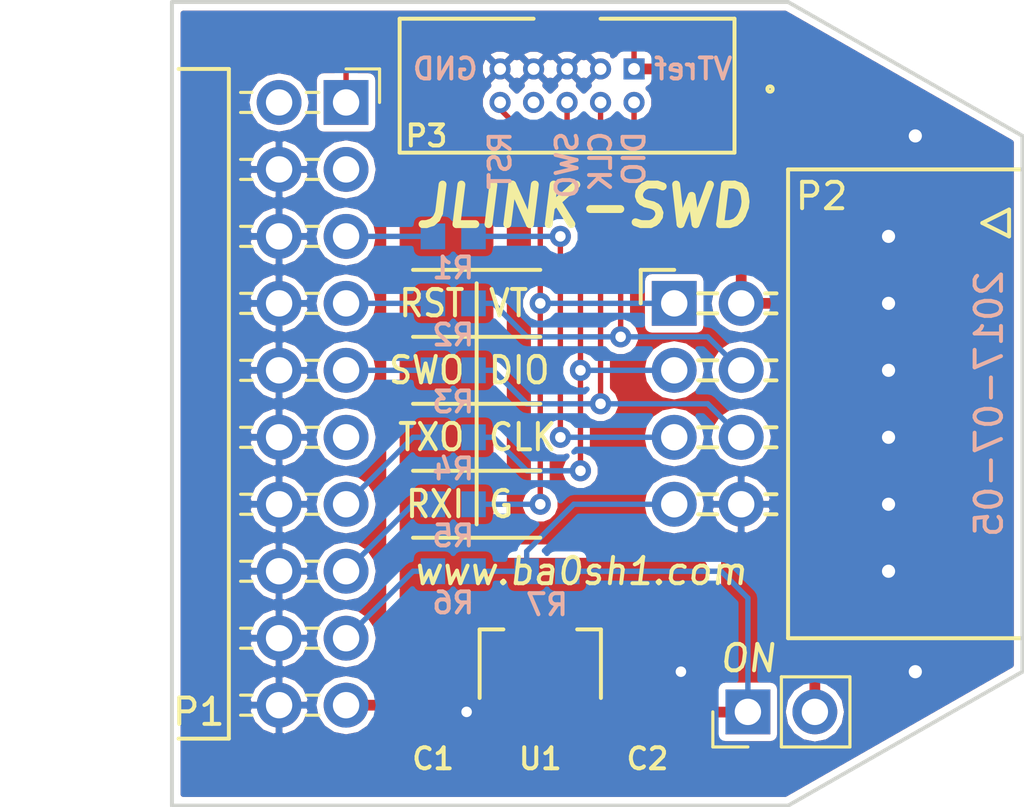
<source format=kicad_pcb>
(kicad_pcb (version 4) (host pcbnew 4.0.5)

  (general
    (links 45)
    (no_connects 0)
    (area 113.620999 71.7423 152.983001 105.506007)
    (thickness 1.6)
    (drawings 30)
    (tracks 109)
    (zones 0)
    (modules 16)
    (nets 18)
  )

  (page A4)
  (layers
    (0 F.Cu signal)
    (31 B.Cu signal)
    (32 B.Adhes user)
    (33 F.Adhes user)
    (34 B.Paste user)
    (35 F.Paste user)
    (36 B.SilkS user)
    (37 F.SilkS user)
    (38 B.Mask user)
    (39 F.Mask user hide)
    (40 Dwgs.User user)
    (41 Cmts.User user)
    (42 Eco1.User user)
    (43 Eco2.User user)
    (44 Edge.Cuts user)
    (45 Margin user)
    (46 B.CrtYd user hide)
    (47 F.CrtYd user)
    (48 B.Fab user hide)
    (49 F.Fab user hide)
  )

  (setup
    (last_trace_width 0.2032)
    (user_trace_width 0.2032)
    (user_trace_width 0.254)
    (user_trace_width 0.4064)
    (trace_clearance 0.254)
    (zone_clearance 0.254)
    (zone_45_only yes)
    (trace_min 0.2)
    (segment_width 0.15)
    (edge_width 0.15)
    (via_size 0.8)
    (via_drill 0.4)
    (via_min_size 0.4)
    (via_min_drill 0.3)
    (user_via 0.6 0.3)
    (user_via 0.8 0.4)
    (user_via 1 0.5)
    (uvia_size 0.3)
    (uvia_drill 0.1)
    (uvias_allowed no)
    (uvia_min_size 0.2)
    (uvia_min_drill 0.1)
    (pcb_text_width 0.3)
    (pcb_text_size 1.5 1.5)
    (mod_edge_width 0.15)
    (mod_text_size 1 1)
    (mod_text_width 0.15)
    (pad_size 1.524 1.524)
    (pad_drill 0.762)
    (pad_to_mask_clearance 0.2)
    (aux_axis_origin 120.396 102.87)
    (grid_origin 120.396 102.87)
    (visible_elements 7FFEFFFF)
    (pcbplotparams
      (layerselection 0x010f0_80000001)
      (usegerberextensions true)
      (gerberprecision 5)
      (excludeedgelayer true)
      (linewidth 0.150000)
      (plotframeref false)
      (viasonmask false)
      (mode 1)
      (useauxorigin true)
      (hpglpennumber 1)
      (hpglpenspeed 20)
      (hpglpendiameter 15)
      (hpglpenoverlay 2)
      (psnegative false)
      (psa4output false)
      (plotreference true)
      (plotvalue true)
      (plotinvisibletext false)
      (padsonsilk false)
      (subtractmaskfromsilk false)
      (outputformat 1)
      (mirror false)
      (drillshape 0)
      (scaleselection 1)
      (outputdirectory Gerber))
  )

  (net 0 "")
  (net 1 GND)
  (net 2 /5VOUT)
  (net 3 "Net-(D1-Pad2)")
  (net 4 /VTref)
  (net 5 /TX)
  (net 6 /SWDIO)
  (net 7 /SWCLK)
  (net 8 /SWO)
  (net 9 /nSRST)
  (net 10 /RX)
  (net 11 "Net-(P2-Pad3)")
  (net 12 "Net-(P2-Pad5)")
  (net 13 "Net-(P2-Pad6)")
  (net 14 "Net-(P2-Pad7)")
  (net 15 "Net-(P2-Pad4)")
  (net 16 "Net-(P2-Pad1)")
  (net 17 /3V3)

  (net_class Default "This is the default net class."
    (clearance 0.254)
    (trace_width 0.2032)
    (via_dia 0.8)
    (via_drill 0.4)
    (uvia_dia 0.3)
    (uvia_drill 0.1)
    (add_net /3V3)
    (add_net /5VOUT)
    (add_net /RX)
    (add_net /SWCLK)
    (add_net /SWDIO)
    (add_net /SWO)
    (add_net /TX)
    (add_net /VTref)
    (add_net /nSRST)
    (add_net GND)
    (add_net "Net-(D1-Pad2)")
    (add_net "Net-(P2-Pad1)")
    (add_net "Net-(P2-Pad3)")
    (add_net "Net-(P2-Pad4)")
    (add_net "Net-(P2-Pad5)")
    (add_net "Net-(P2-Pad6)")
    (add_net "Net-(P2-Pad7)")
  )

  (module Socket_Strips:Socket_Strip_Angled_2x10_Pitch2.54mm locked (layer F.Cu) (tedit 595C42F1) (tstamp 595B1762)
    (at 127 76.2)
    (descr "Through hole angled socket strip, 2x10, 2.54mm pitch, 8.51mm socket length, double rows")
    (tags "Through hole angled socket strip THT 2x10 2.54mm double row")
    (path /595AE37F)
    (fp_text reference P1 (at -5.588 23.114) (layer F.SilkS)
      (effects (font (size 1 1) (thickness 0.15)))
    )
    (fp_text value CONN_02X10 (at -5.65 25.13) (layer F.Fab)
      (effects (font (size 1 1) (thickness 0.15)))
    )
    (fp_line (start -4.445 -1.27) (end -6.35 -1.27) (layer F.SilkS) (width 0.15))
    (fp_line (start -4.445 24.13) (end -6.35 24.13) (layer F.SilkS) (width 0.15))
    (fp_line (start -4.445 -1.27) (end -4.445 24.13) (layer F.SilkS) (width 0.15))
    (fp_line (start -13.1 -1.8) (end -13.1 24.65) (layer F.CrtYd) (width 0.05))
    (fp_line (start -4.06 -1.27) (end -4.06 1.27) (layer F.Fab) (width 0.1))
    (fp_line (start -4.06 1.27) (end -12.57 1.27) (layer F.Fab) (width 0.1))
    (fp_line (start -12.57 -1.27) (end -4.06 -1.27) (layer F.Fab) (width 0.1))
    (fp_line (start 0 -0.32) (end 0 0.32) (layer F.Fab) (width 0.1))
    (fp_line (start 0 0.32) (end -4.06 0.32) (layer F.Fab) (width 0.1))
    (fp_line (start -4.06 0.32) (end -4.06 -0.32) (layer F.Fab) (width 0.1))
    (fp_line (start -4.06 -0.32) (end 0 -0.32) (layer F.Fab) (width 0.1))
    (fp_line (start -4.06 1.27) (end -4.06 3.81) (layer F.Fab) (width 0.1))
    (fp_line (start -4.06 3.81) (end -12.57 3.81) (layer F.Fab) (width 0.1))
    (fp_line (start -12.57 1.27) (end -4.06 1.27) (layer F.Fab) (width 0.1))
    (fp_line (start 0 2.22) (end 0 2.86) (layer F.Fab) (width 0.1))
    (fp_line (start 0 2.86) (end -4.06 2.86) (layer F.Fab) (width 0.1))
    (fp_line (start -4.06 2.86) (end -4.06 2.22) (layer F.Fab) (width 0.1))
    (fp_line (start -4.06 2.22) (end 0 2.22) (layer F.Fab) (width 0.1))
    (fp_line (start -4.06 3.81) (end -4.06 6.35) (layer F.Fab) (width 0.1))
    (fp_line (start -4.06 6.35) (end -12.57 6.35) (layer F.Fab) (width 0.1))
    (fp_line (start -12.57 3.81) (end -4.06 3.81) (layer F.Fab) (width 0.1))
    (fp_line (start 0 4.76) (end 0 5.4) (layer F.Fab) (width 0.1))
    (fp_line (start 0 5.4) (end -4.06 5.4) (layer F.Fab) (width 0.1))
    (fp_line (start -4.06 5.4) (end -4.06 4.76) (layer F.Fab) (width 0.1))
    (fp_line (start -4.06 4.76) (end 0 4.76) (layer F.Fab) (width 0.1))
    (fp_line (start -4.06 6.35) (end -4.06 8.89) (layer F.Fab) (width 0.1))
    (fp_line (start -4.06 8.89) (end -12.57 8.89) (layer F.Fab) (width 0.1))
    (fp_line (start -12.57 6.35) (end -4.06 6.35) (layer F.Fab) (width 0.1))
    (fp_line (start 0 7.3) (end 0 7.94) (layer F.Fab) (width 0.1))
    (fp_line (start 0 7.94) (end -4.06 7.94) (layer F.Fab) (width 0.1))
    (fp_line (start -4.06 7.94) (end -4.06 7.3) (layer F.Fab) (width 0.1))
    (fp_line (start -4.06 7.3) (end 0 7.3) (layer F.Fab) (width 0.1))
    (fp_line (start -4.06 8.89) (end -4.06 11.43) (layer F.Fab) (width 0.1))
    (fp_line (start -4.06 11.43) (end -12.57 11.43) (layer F.Fab) (width 0.1))
    (fp_line (start -12.57 8.89) (end -4.06 8.89) (layer F.Fab) (width 0.1))
    (fp_line (start 0 9.84) (end 0 10.48) (layer F.Fab) (width 0.1))
    (fp_line (start 0 10.48) (end -4.06 10.48) (layer F.Fab) (width 0.1))
    (fp_line (start -4.06 10.48) (end -4.06 9.84) (layer F.Fab) (width 0.1))
    (fp_line (start -4.06 9.84) (end 0 9.84) (layer F.Fab) (width 0.1))
    (fp_line (start -4.06 11.43) (end -4.06 13.97) (layer F.Fab) (width 0.1))
    (fp_line (start -4.06 13.97) (end -12.57 13.97) (layer F.Fab) (width 0.1))
    (fp_line (start -12.57 11.43) (end -4.06 11.43) (layer F.Fab) (width 0.1))
    (fp_line (start 0 12.38) (end 0 13.02) (layer F.Fab) (width 0.1))
    (fp_line (start 0 13.02) (end -4.06 13.02) (layer F.Fab) (width 0.1))
    (fp_line (start -4.06 13.02) (end -4.06 12.38) (layer F.Fab) (width 0.1))
    (fp_line (start -4.06 12.38) (end 0 12.38) (layer F.Fab) (width 0.1))
    (fp_line (start -4.06 13.97) (end -4.06 16.51) (layer F.Fab) (width 0.1))
    (fp_line (start -4.06 16.51) (end -12.57 16.51) (layer F.Fab) (width 0.1))
    (fp_line (start -12.57 13.97) (end -4.06 13.97) (layer F.Fab) (width 0.1))
    (fp_line (start 0 14.92) (end 0 15.56) (layer F.Fab) (width 0.1))
    (fp_line (start 0 15.56) (end -4.06 15.56) (layer F.Fab) (width 0.1))
    (fp_line (start -4.06 15.56) (end -4.06 14.92) (layer F.Fab) (width 0.1))
    (fp_line (start -4.06 14.92) (end 0 14.92) (layer F.Fab) (width 0.1))
    (fp_line (start -4.06 16.51) (end -4.06 19.05) (layer F.Fab) (width 0.1))
    (fp_line (start -4.06 19.05) (end -12.57 19.05) (layer F.Fab) (width 0.1))
    (fp_line (start -12.57 16.51) (end -4.06 16.51) (layer F.Fab) (width 0.1))
    (fp_line (start 0 17.46) (end 0 18.1) (layer F.Fab) (width 0.1))
    (fp_line (start 0 18.1) (end -4.06 18.1) (layer F.Fab) (width 0.1))
    (fp_line (start -4.06 18.1) (end -4.06 17.46) (layer F.Fab) (width 0.1))
    (fp_line (start -4.06 17.46) (end 0 17.46) (layer F.Fab) (width 0.1))
    (fp_line (start -4.06 19.05) (end -4.06 21.59) (layer F.Fab) (width 0.1))
    (fp_line (start -4.06 21.59) (end -12.57 21.59) (layer F.Fab) (width 0.1))
    (fp_line (start -12.57 19.05) (end -4.06 19.05) (layer F.Fab) (width 0.1))
    (fp_line (start 0 20) (end 0 20.64) (layer F.Fab) (width 0.1))
    (fp_line (start 0 20.64) (end -4.06 20.64) (layer F.Fab) (width 0.1))
    (fp_line (start -4.06 20.64) (end -4.06 20) (layer F.Fab) (width 0.1))
    (fp_line (start -4.06 20) (end 0 20) (layer F.Fab) (width 0.1))
    (fp_line (start -4.06 21.59) (end -4.06 24.13) (layer F.Fab) (width 0.1))
    (fp_line (start -4.06 24.13) (end -12.57 24.13) (layer F.Fab) (width 0.1))
    (fp_line (start -12.57 21.59) (end -4.06 21.59) (layer F.Fab) (width 0.1))
    (fp_line (start 0 22.54) (end 0 23.18) (layer F.Fab) (width 0.1))
    (fp_line (start 0 23.18) (end -4.06 23.18) (layer F.Fab) (width 0.1))
    (fp_line (start -4.06 23.18) (end -4.06 22.54) (layer F.Fab) (width 0.1))
    (fp_line (start -4.06 22.54) (end 0 22.54) (layer F.Fab) (width 0.1))
    (fp_line (start -3.57 -0.38) (end -4 -0.38) (layer F.SilkS) (width 0.12))
    (fp_line (start -3.57 0.38) (end -4 0.38) (layer F.SilkS) (width 0.12))
    (fp_line (start -1.03 -0.38) (end -1.51 -0.38) (layer F.SilkS) (width 0.12))
    (fp_line (start -1.03 0.38) (end -1.51 0.38) (layer F.SilkS) (width 0.12))
    (fp_line (start -3.57 2.16) (end -4 2.16) (layer F.SilkS) (width 0.12))
    (fp_line (start -3.57 2.92) (end -4 2.92) (layer F.SilkS) (width 0.12))
    (fp_line (start -1.03 2.16) (end -1.51 2.16) (layer F.SilkS) (width 0.12))
    (fp_line (start -1.03 2.92) (end -1.51 2.92) (layer F.SilkS) (width 0.12))
    (fp_line (start -3.57 4.7) (end -4 4.7) (layer F.SilkS) (width 0.12))
    (fp_line (start -3.57 5.46) (end -4 5.46) (layer F.SilkS) (width 0.12))
    (fp_line (start -1.03 4.7) (end -1.51 4.7) (layer F.SilkS) (width 0.12))
    (fp_line (start -1.03 5.46) (end -1.51 5.46) (layer F.SilkS) (width 0.12))
    (fp_line (start -3.57 7.24) (end -4 7.24) (layer F.SilkS) (width 0.12))
    (fp_line (start -3.57 8) (end -4 8) (layer F.SilkS) (width 0.12))
    (fp_line (start -1.03 7.24) (end -1.51 7.24) (layer F.SilkS) (width 0.12))
    (fp_line (start -1.03 8) (end -1.51 8) (layer F.SilkS) (width 0.12))
    (fp_line (start -3.57 9.78) (end -4 9.78) (layer F.SilkS) (width 0.12))
    (fp_line (start -3.57 10.54) (end -4 10.54) (layer F.SilkS) (width 0.12))
    (fp_line (start -1.03 9.78) (end -1.51 9.78) (layer F.SilkS) (width 0.12))
    (fp_line (start -1.03 10.54) (end -1.51 10.54) (layer F.SilkS) (width 0.12))
    (fp_line (start -3.57 12.32) (end -4 12.32) (layer F.SilkS) (width 0.12))
    (fp_line (start -3.57 13.08) (end -4 13.08) (layer F.SilkS) (width 0.12))
    (fp_line (start -1.03 12.32) (end -1.51 12.32) (layer F.SilkS) (width 0.12))
    (fp_line (start -1.03 13.08) (end -1.51 13.08) (layer F.SilkS) (width 0.12))
    (fp_line (start -3.57 14.86) (end -4 14.86) (layer F.SilkS) (width 0.12))
    (fp_line (start -3.57 15.62) (end -4 15.62) (layer F.SilkS) (width 0.12))
    (fp_line (start -1.03 14.86) (end -1.51 14.86) (layer F.SilkS) (width 0.12))
    (fp_line (start -1.03 15.62) (end -1.51 15.62) (layer F.SilkS) (width 0.12))
    (fp_line (start -3.57 17.4) (end -4 17.4) (layer F.SilkS) (width 0.12))
    (fp_line (start -3.57 18.16) (end -4 18.16) (layer F.SilkS) (width 0.12))
    (fp_line (start -1.03 17.4) (end -1.51 17.4) (layer F.SilkS) (width 0.12))
    (fp_line (start -1.03 18.16) (end -1.51 18.16) (layer F.SilkS) (width 0.12))
    (fp_line (start -3.57 19.94) (end -4 19.94) (layer F.SilkS) (width 0.12))
    (fp_line (start -3.57 20.7) (end -4 20.7) (layer F.SilkS) (width 0.12))
    (fp_line (start -1.03 19.94) (end -1.51 19.94) (layer F.SilkS) (width 0.12))
    (fp_line (start -1.03 20.7) (end -1.51 20.7) (layer F.SilkS) (width 0.12))
    (fp_line (start -3.57 22.48) (end -4 22.48) (layer F.SilkS) (width 0.12))
    (fp_line (start -3.57 23.24) (end -4 23.24) (layer F.SilkS) (width 0.12))
    (fp_line (start -1.03 22.48) (end -1.51 22.48) (layer F.SilkS) (width 0.12))
    (fp_line (start -1.03 23.24) (end -1.51 23.24) (layer F.SilkS) (width 0.12))
    (fp_line (start 0 -1.27) (end 1.27 -1.27) (layer F.SilkS) (width 0.12))
    (fp_line (start 1.27 -1.27) (end 1.27 0) (layer F.SilkS) (width 0.12))
    (fp_line (start 1.8 -1.8) (end 1.8 24.65) (layer F.CrtYd) (width 0.05))
    (fp_line (start 1.8 24.65) (end -13.1 24.65) (layer F.CrtYd) (width 0.05))
    (fp_line (start -13.1 -1.8) (end 1.8 -1.8) (layer F.CrtYd) (width 0.05))
    (fp_text user %R (at -5.65 -2.27) (layer F.Fab)
      (effects (font (size 1 1) (thickness 0.15)))
    )
    (pad 1 thru_hole rect (at 0 0) (size 1.7 1.7) (drill 1) (layers *.Cu *.Mask)
      (net 4 /VTref))
    (pad 2 thru_hole oval (at -2.54 0) (size 1.7 1.7) (drill 1) (layers *.Cu *.Mask))
    (pad 3 thru_hole oval (at 0 2.54) (size 1.7 1.7) (drill 1) (layers *.Cu *.Mask))
    (pad 4 thru_hole oval (at -2.54 2.54) (size 1.7 1.7) (drill 1) (layers *.Cu *.Mask)
      (net 1 GND))
    (pad 5 thru_hole oval (at 0 5.08) (size 1.7 1.7) (drill 1) (layers *.Cu *.Mask)
      (net 5 /TX))
    (pad 6 thru_hole oval (at -2.54 5.08) (size 1.7 1.7) (drill 1) (layers *.Cu *.Mask)
      (net 1 GND))
    (pad 7 thru_hole oval (at 0 7.62) (size 1.7 1.7) (drill 1) (layers *.Cu *.Mask)
      (net 6 /SWDIO))
    (pad 8 thru_hole oval (at -2.54 7.62) (size 1.7 1.7) (drill 1) (layers *.Cu *.Mask)
      (net 1 GND))
    (pad 9 thru_hole oval (at 0 10.16) (size 1.7 1.7) (drill 1) (layers *.Cu *.Mask)
      (net 7 /SWCLK))
    (pad 10 thru_hole oval (at -2.54 10.16) (size 1.7 1.7) (drill 1) (layers *.Cu *.Mask)
      (net 1 GND))
    (pad 11 thru_hole oval (at 0 12.7) (size 1.7 1.7) (drill 1) (layers *.Cu *.Mask))
    (pad 12 thru_hole oval (at -2.54 12.7) (size 1.7 1.7) (drill 1) (layers *.Cu *.Mask)
      (net 1 GND))
    (pad 13 thru_hole oval (at 0 15.24) (size 1.7 1.7) (drill 1) (layers *.Cu *.Mask)
      (net 8 /SWO))
    (pad 14 thru_hole oval (at -2.54 15.24) (size 1.7 1.7) (drill 1) (layers *.Cu *.Mask)
      (net 1 GND))
    (pad 15 thru_hole oval (at 0 17.78) (size 1.7 1.7) (drill 1) (layers *.Cu *.Mask)
      (net 9 /nSRST))
    (pad 16 thru_hole oval (at -2.54 17.78) (size 1.7 1.7) (drill 1) (layers *.Cu *.Mask)
      (net 1 GND))
    (pad 17 thru_hole oval (at 0 20.32) (size 1.7 1.7) (drill 1) (layers *.Cu *.Mask)
      (net 10 /RX))
    (pad 18 thru_hole oval (at -2.54 20.32) (size 1.7 1.7) (drill 1) (layers *.Cu *.Mask)
      (net 1 GND))
    (pad 19 thru_hole oval (at 0 22.86) (size 1.7 1.7) (drill 1) (layers *.Cu *.Mask)
      (net 2 /5VOUT))
    (pad 20 thru_hole oval (at -2.54 22.86) (size 1.7 1.7) (drill 1) (layers *.Cu *.Mask)
      (net 1 GND))
    (model ${KISYS3DMOD}/Socket_Strips.3dshapes/Socket_Strip_Angled_2x10_Pitch2.54mm.wrl
      (at (xyz -0.05 -0.45 0))
      (scale (xyz 1 1 1))
      (rotate (xyz 0 0 270))
    )
  )

  (module Pin_Headers:Pin_Header_Angled_2x04_Pitch2.54mm (layer F.Cu) (tedit 595C457F) (tstamp 597894A2)
    (at 139.446 83.82)
    (descr "Through hole angled pin header, 2x04, 2.54mm pitch, 6mm pin length, double rows")
    (tags "Through hole angled pin header THT 2x04 2.54mm double row")
    (path /595B8BFD)
    (fp_text reference P2 (at 5.588 -4.064) (layer F.SilkS)
      (effects (font (size 1 1) (thickness 0.15)))
    )
    (fp_text value CONN_02X04 (at 5.585 9.89) (layer F.Fab)
      (effects (font (size 1 1) (thickness 0.15)))
    )
    (fp_line (start 12.7 -3.556) (end 12.7 -2.54) (layer F.SilkS) (width 0.15))
    (fp_line (start 12.7 -2.54) (end 11.684 -3.048) (layer F.SilkS) (width 0.15))
    (fp_line (start 11.684 -3.048) (end 12.7 -3.556) (layer F.SilkS) (width 0.15))
    (fp_line (start -1.778 -5.08) (end 13.208 -5.08) (layer F.CrtYd) (width 0.15))
    (fp_line (start 13.208 -5.08) (end 13.208 12.7) (layer F.CrtYd) (width 0.15))
    (fp_line (start 13.208 12.7) (end -1.778 12.7) (layer F.CrtYd) (width 0.15))
    (fp_line (start -1.778 12.7) (end -1.778 -5.08) (layer F.CrtYd) (width 0.15))
    (fp_line (start 4.318 -5.08) (end 4.318 12.7) (layer F.SilkS) (width 0.15))
    (fp_line (start 4.318 12.7) (end 13.208 12.7) (layer F.SilkS) (width 0.15))
    (fp_line (start 13.208 12.7) (end 13.208 -5.08) (layer F.SilkS) (width 0.15))
    (fp_line (start 13.208 -5.08) (end 4.318 -5.08) (layer F.SilkS) (width 0.15))
    (fp_line (start 0 -0.32) (end 0 0.32) (layer F.Fab) (width 0.15))
    (fp_line (start 0 0.32) (end 12.44 0.32) (layer F.Fab) (width 0.15))
    (fp_line (start 12.44 0.32) (end 12.44 -0.32) (layer F.Fab) (width 0.15))
    (fp_line (start 12.44 -0.32) (end 0 -0.32) (layer F.Fab) (width 0.15))
    (fp_line (start 0 2.22) (end 0 2.86) (layer F.Fab) (width 0.15))
    (fp_line (start 0 2.86) (end 12.44 2.86) (layer F.Fab) (width 0.15))
    (fp_line (start 12.44 2.86) (end 12.44 2.22) (layer F.Fab) (width 0.15))
    (fp_line (start 12.44 2.22) (end 0 2.22) (layer F.Fab) (width 0.15))
    (fp_line (start 0 4.76) (end 0 5.4) (layer F.Fab) (width 0.15))
    (fp_line (start 0 5.4) (end 12.44 5.4) (layer F.Fab) (width 0.15))
    (fp_line (start 12.44 5.4) (end 12.44 4.76) (layer F.Fab) (width 0.15))
    (fp_line (start 12.44 4.76) (end 0 4.76) (layer F.Fab) (width 0.15))
    (fp_line (start 0 7.3) (end 0 7.94) (layer F.Fab) (width 0.15))
    (fp_line (start 0 7.94) (end 12.44 7.94) (layer F.Fab) (width 0.15))
    (fp_line (start 12.44 7.94) (end 12.44 7.3) (layer F.Fab) (width 0.15))
    (fp_line (start 12.44 7.3) (end 0 7.3) (layer F.Fab) (width 0.15))
    (fp_line (start 3.45 -0.38) (end 3.88 -0.38) (layer F.SilkS) (width 0.15))
    (fp_line (start 3.45 0.38) (end 3.88 0.38) (layer F.SilkS) (width 0.15))
    (fp_line (start 0.91 -0.38) (end 1.63 -0.38) (layer F.SilkS) (width 0.15))
    (fp_line (start 0.91 0.38) (end 1.63 0.38) (layer F.SilkS) (width 0.15))
    (fp_line (start 3.45 2.16) (end 3.88 2.16) (layer F.SilkS) (width 0.15))
    (fp_line (start 3.45 2.92) (end 3.88 2.92) (layer F.SilkS) (width 0.15))
    (fp_line (start 0.91 2.16) (end 1.63 2.16) (layer F.SilkS) (width 0.15))
    (fp_line (start 0.91 2.92) (end 1.63 2.92) (layer F.SilkS) (width 0.15))
    (fp_line (start 3.45 4.7) (end 3.88 4.7) (layer F.SilkS) (width 0.15))
    (fp_line (start 3.45 5.46) (end 3.88 5.46) (layer F.SilkS) (width 0.15))
    (fp_line (start 0.91 4.7) (end 1.63 4.7) (layer F.SilkS) (width 0.15))
    (fp_line (start 0.91 5.46) (end 1.63 5.46) (layer F.SilkS) (width 0.15))
    (fp_line (start 3.45 7.24) (end 3.88 7.24) (layer F.SilkS) (width 0.15))
    (fp_line (start 3.45 8) (end 3.88 8) (layer F.SilkS) (width 0.15))
    (fp_line (start 0.91 7.24) (end 1.63 7.24) (layer F.SilkS) (width 0.15))
    (fp_line (start 0.91 8) (end 1.63 8) (layer F.SilkS) (width 0.15))
    (fp_line (start -1.27 0) (end -1.27 -1.27) (layer F.SilkS) (width 0.15))
    (fp_line (start -1.27 -1.27) (end 0 -1.27) (layer F.SilkS) (width 0.15))
    (fp_text user %R (at 5.585 -2.27) (layer F.Fab)
      (effects (font (size 1 1) (thickness 0.15)))
    )
    (pad 1 thru_hole rect (at 0 0) (size 1.7 1.7) (drill 1) (layers *.Cu *.Mask)
      (net 16 "Net-(P2-Pad1)"))
    (pad 2 thru_hole oval (at 2.54 0) (size 1.7 1.7) (drill 1) (layers *.Cu *.Mask)
      (net 4 /VTref))
    (pad 3 thru_hole oval (at 0 2.54) (size 1.7 1.7) (drill 1) (layers *.Cu *.Mask)
      (net 11 "Net-(P2-Pad3)"))
    (pad 4 thru_hole oval (at 2.54 2.54) (size 1.7 1.7) (drill 1) (layers *.Cu *.Mask)
      (net 15 "Net-(P2-Pad4)"))
    (pad 5 thru_hole oval (at 0 5.08) (size 1.7 1.7) (drill 1) (layers *.Cu *.Mask)
      (net 12 "Net-(P2-Pad5)"))
    (pad 6 thru_hole oval (at 2.54 5.08) (size 1.7 1.7) (drill 1) (layers *.Cu *.Mask)
      (net 13 "Net-(P2-Pad6)"))
    (pad 7 thru_hole oval (at 0 7.62) (size 1.7 1.7) (drill 1) (layers *.Cu *.Mask)
      (net 14 "Net-(P2-Pad7)"))
    (pad 8 thru_hole oval (at 2.54 7.62) (size 1.7 1.7) (drill 1) (layers *.Cu *.Mask)
      (net 1 GND))
    (model ${KISYS3DMOD}/Pin_Headers.3dshapes/Pin_Header_Angled_2x04_Pitch2.54mm.wrl
      (at (xyz 0.05 -0.15 0))
      (scale (xyz 1 1 1))
      (rotate (xyz 0 0 90))
    )
  )

  (module LC-Standard-FootPrints:LC-0603_C (layer F.Cu) (tedit 595BBA53) (tstamp 595B3197)
    (at 130.302 98.552 270)
    (tags "capacitor 0603")
    (path /595B0D5C)
    (attr smd)
    (fp_text reference C1 (at 2.54 0 360) (layer F.SilkS)
      (effects (font (size 0.8 0.8) (thickness 0.15)))
    )
    (fp_text value 10u (at 0 1.5 270) (layer F.Fab)
      (effects (font (size 0.8 0.8) (thickness 0.15)))
    )
    (fp_line (start -1.5 -0.7) (end 1.5 -0.7) (layer F.CrtYd) (width 0.01))
    (fp_line (start 1.5 -0.7) (end 1.5 0.7) (layer F.CrtYd) (width 0.01))
    (fp_line (start 1.5 0.7) (end -1.5 0.7) (layer F.CrtYd) (width 0.01))
    (fp_line (start -1.5 0.7) (end -1.5 -0.7) (layer F.CrtYd) (width 0.01))
    (fp_line (start 1.3 0.8) (end -1.3 0.8) (layer F.Fab) (width 0.01))
    (fp_line (start -1.3 0.8) (end -1.3 -0.8) (layer F.Fab) (width 0.01))
    (fp_line (start -1.3 -0.8) (end 1.3 -0.8) (layer F.Fab) (width 0.01))
    (fp_line (start 1.3 -0.8) (end 1.3 0.8) (layer F.Fab) (width 0.01))
    (pad 1 smd rect (at -0.77 0 270) (size 0.93 0.98) (layers F.Cu F.Paste F.Mask)
      (net 2 /5VOUT))
    (pad 2 smd rect (at 0.77 0 270) (size 0.93 0.98) (layers F.Cu F.Paste F.Mask)
      (net 1 GND))
    (model Capacitors_SMD.3dshapes/C_0603.wrl
      (at (xyz 0 0 0))
      (scale (xyz 1 1 1))
      (rotate (xyz 0 0 0))
    )
  )

  (module LC-Standard-FootPrints:LC-0603_C (layer F.Cu) (tedit 595BBA2B) (tstamp 595B319D)
    (at 138.43 98.552 90)
    (tags "capacitor 0603")
    (path /595B0D8D)
    (attr smd)
    (fp_text reference C2 (at -2.54 0 180) (layer F.SilkS)
      (effects (font (size 0.8 0.8) (thickness 0.15)))
    )
    (fp_text value 1u (at 0 1.5 90) (layer F.Fab)
      (effects (font (size 0.8 0.8) (thickness 0.15)))
    )
    (fp_line (start -1.5 -0.7) (end 1.5 -0.7) (layer F.CrtYd) (width 0.01))
    (fp_line (start 1.5 -0.7) (end 1.5 0.7) (layer F.CrtYd) (width 0.01))
    (fp_line (start 1.5 0.7) (end -1.5 0.7) (layer F.CrtYd) (width 0.01))
    (fp_line (start -1.5 0.7) (end -1.5 -0.7) (layer F.CrtYd) (width 0.01))
    (fp_line (start 1.3 0.8) (end -1.3 0.8) (layer F.Fab) (width 0.01))
    (fp_line (start -1.3 0.8) (end -1.3 -0.8) (layer F.Fab) (width 0.01))
    (fp_line (start -1.3 -0.8) (end 1.3 -0.8) (layer F.Fab) (width 0.01))
    (fp_line (start 1.3 -0.8) (end 1.3 0.8) (layer F.Fab) (width 0.01))
    (pad 1 smd rect (at -0.77 0 90) (size 0.93 0.98) (layers F.Cu F.Paste F.Mask)
      (net 17 /3V3))
    (pad 2 smd rect (at 0.77 0 90) (size 0.93 0.98) (layers F.Cu F.Paste F.Mask)
      (net 1 GND))
    (model Capacitors_SMD.3dshapes/C_0603.wrl
      (at (xyz 0 0 0))
      (scale (xyz 1 1 1))
      (rotate (xyz 0 0 0))
    )
  )

  (module LC-Standard-FootPrints:LC-0603_LED (layer F.Cu) (tedit 595AF22A) (tstamp 595B31A3)
    (at 144.78 75.692)
    (descr "LED 0603 smd package")
    (tags "LED led 0603 SMD smd SMT smt smdled SMDLED smtled SMTLED")
    (path /595B2D33)
    (attr smd)
    (fp_text reference D1 (at 0 -1.5) (layer F.SilkS) hide
      (effects (font (size 0.8 0.8) (thickness 0.15)))
    )
    (fp_text value Green (at 0 1.5) (layer F.Fab)
      (effects (font (size 0.8 0.8) (thickness 0.15)))
    )
    (fp_circle (center -1.7 0) (end -1.7 -0.1) (layer F.SilkS) (width 0.15))
    (fp_line (start -0.3 -0.2) (end -0.3 0.2) (layer F.Fab) (width 0.15))
    (fp_line (start -0.2 0) (end 0.1 -0.2) (layer F.Fab) (width 0.15))
    (fp_line (start 0.1 0.2) (end -0.2 0) (layer F.Fab) (width 0.15))
    (fp_line (start 0.1 -0.2) (end 0.1 0.2) (layer F.Fab) (width 0.15))
    (fp_line (start 0.8 0.4) (end -0.8 0.4) (layer F.Fab) (width 0.15))
    (fp_line (start 0.8 -0.4) (end 0.8 0.4) (layer F.Fab) (width 0.15))
    (fp_line (start -0.8 -0.4) (end 0.8 -0.4) (layer F.Fab) (width 0.15))
    (fp_line (start -0.8 0.4) (end -0.8 -0.4) (layer F.Fab) (width 0.15))
    (pad 2 smd rect (at 0.77 0) (size 0.93 0.98) (layers F.Cu F.Paste F.Mask)
      (net 3 "Net-(D1-Pad2)"))
    (pad 1 smd rect (at -0.77 0) (size 0.93 0.98) (layers F.Cu F.Paste F.Mask)
      (net 1 GND))
    (model LEDs.3dshapes/LED_0603.wrl
      (at (xyz 0 0 0))
      (scale (xyz 1 1 1))
      (rotate (xyz 0 0 180))
    )
  )

  (module LC-Standard-FootPrints:LC-0603_R (layer B.Cu) (tedit 588EAD16) (tstamp 595B3289)
    (at 131.064 81.28)
    (tags "resistor 0603")
    (path /595AFBC0)
    (attr smd)
    (fp_text reference R1 (at 0 1.2) (layer B.SilkS)
      (effects (font (size 0.8 0.8) (thickness 0.15)) (justify mirror))
    )
    (fp_text value 33R (at 0 -1.5) (layer B.Fab)
      (effects (font (size 0.8 0.8) (thickness 0.15)) (justify mirror))
    )
    (fp_line (start 1.5 0.7) (end 1.5 -0.7) (layer B.CrtYd) (width 0.01))
    (fp_line (start 1.5 -0.7) (end -1.5 -0.7) (layer B.CrtYd) (width 0.01))
    (fp_line (start -1.5 -0.7) (end -1.5 0.7) (layer B.CrtYd) (width 0.01))
    (fp_line (start -1.5 0.7) (end 1.5 0.7) (layer B.CrtYd) (width 0.01))
    (fp_line (start -1.4 0.8) (end 1.4 0.8) (layer B.Fab) (width 0.01))
    (fp_line (start 1.4 0.8) (end 1.4 -0.8) (layer B.Fab) (width 0.01))
    (fp_line (start 1.4 -0.8) (end -1.4 -0.8) (layer B.Fab) (width 0.01))
    (fp_line (start -1.4 -0.8) (end -1.4 0.8) (layer B.Fab) (width 0.01))
    (pad 1 smd rect (at -0.77 0) (size 0.93 0.98) (layers B.Cu B.Paste B.Mask)
      (net 5 /TX))
    (pad 2 smd rect (at 0.77 0) (size 0.93 0.98) (layers B.Cu B.Paste B.Mask)
      (net 12 "Net-(P2-Pad5)"))
    (model Resistors_SMD.3dshapes/R_0603.wrl
      (at (xyz 0 0 0))
      (scale (xyz 1 1 1))
      (rotate (xyz 0 0 0))
    )
  )

  (module LC-Standard-FootPrints:LC-0603_R (layer B.Cu) (tedit 588EAD16) (tstamp 595B328F)
    (at 131.064 83.82)
    (tags "resistor 0603")
    (path /595AF113)
    (attr smd)
    (fp_text reference R2 (at 0 1.2) (layer B.SilkS)
      (effects (font (size 0.8 0.8) (thickness 0.15)) (justify mirror))
    )
    (fp_text value 33R (at 0 -1.5) (layer B.Fab)
      (effects (font (size 0.8 0.8) (thickness 0.15)) (justify mirror))
    )
    (fp_line (start 1.5 0.7) (end 1.5 -0.7) (layer B.CrtYd) (width 0.01))
    (fp_line (start 1.5 -0.7) (end -1.5 -0.7) (layer B.CrtYd) (width 0.01))
    (fp_line (start -1.5 -0.7) (end -1.5 0.7) (layer B.CrtYd) (width 0.01))
    (fp_line (start -1.5 0.7) (end 1.5 0.7) (layer B.CrtYd) (width 0.01))
    (fp_line (start -1.4 0.8) (end 1.4 0.8) (layer B.Fab) (width 0.01))
    (fp_line (start 1.4 0.8) (end 1.4 -0.8) (layer B.Fab) (width 0.01))
    (fp_line (start 1.4 -0.8) (end -1.4 -0.8) (layer B.Fab) (width 0.01))
    (fp_line (start -1.4 -0.8) (end -1.4 0.8) (layer B.Fab) (width 0.01))
    (pad 1 smd rect (at -0.77 0) (size 0.93 0.98) (layers B.Cu B.Paste B.Mask)
      (net 6 /SWDIO))
    (pad 2 smd rect (at 0.77 0) (size 0.93 0.98) (layers B.Cu B.Paste B.Mask)
      (net 15 "Net-(P2-Pad4)"))
    (model Resistors_SMD.3dshapes/R_0603.wrl
      (at (xyz 0 0 0))
      (scale (xyz 1 1 1))
      (rotate (xyz 0 0 0))
    )
  )

  (module LC-Standard-FootPrints:LC-0603_R (layer B.Cu) (tedit 588EAD16) (tstamp 595B3295)
    (at 131.064 86.36)
    (tags "resistor 0603")
    (path /595AFBA0)
    (attr smd)
    (fp_text reference R3 (at 0 1.2) (layer B.SilkS)
      (effects (font (size 0.8 0.8) (thickness 0.15)) (justify mirror))
    )
    (fp_text value 33R (at 0 -1.5) (layer B.Fab)
      (effects (font (size 0.8 0.8) (thickness 0.15)) (justify mirror))
    )
    (fp_line (start 1.5 0.7) (end 1.5 -0.7) (layer B.CrtYd) (width 0.01))
    (fp_line (start 1.5 -0.7) (end -1.5 -0.7) (layer B.CrtYd) (width 0.01))
    (fp_line (start -1.5 -0.7) (end -1.5 0.7) (layer B.CrtYd) (width 0.01))
    (fp_line (start -1.5 0.7) (end 1.5 0.7) (layer B.CrtYd) (width 0.01))
    (fp_line (start -1.4 0.8) (end 1.4 0.8) (layer B.Fab) (width 0.01))
    (fp_line (start 1.4 0.8) (end 1.4 -0.8) (layer B.Fab) (width 0.01))
    (fp_line (start 1.4 -0.8) (end -1.4 -0.8) (layer B.Fab) (width 0.01))
    (fp_line (start -1.4 -0.8) (end -1.4 0.8) (layer B.Fab) (width 0.01))
    (pad 1 smd rect (at -0.77 0) (size 0.93 0.98) (layers B.Cu B.Paste B.Mask)
      (net 7 /SWCLK))
    (pad 2 smd rect (at 0.77 0) (size 0.93 0.98) (layers B.Cu B.Paste B.Mask)
      (net 13 "Net-(P2-Pad6)"))
    (model Resistors_SMD.3dshapes/R_0603.wrl
      (at (xyz 0 0 0))
      (scale (xyz 1 1 1))
      (rotate (xyz 0 0 0))
    )
  )

  (module LC-Standard-FootPrints:LC-0603_R (layer B.Cu) (tedit 588EAD16) (tstamp 595B329B)
    (at 131.064 88.9)
    (tags "resistor 0603")
    (path /595AFBE5)
    (attr smd)
    (fp_text reference R4 (at 0 1.2) (layer B.SilkS)
      (effects (font (size 0.8 0.8) (thickness 0.15)) (justify mirror))
    )
    (fp_text value 33R (at 0 -1.5) (layer B.Fab)
      (effects (font (size 0.8 0.8) (thickness 0.15)) (justify mirror))
    )
    (fp_line (start 1.5 0.7) (end 1.5 -0.7) (layer B.CrtYd) (width 0.01))
    (fp_line (start 1.5 -0.7) (end -1.5 -0.7) (layer B.CrtYd) (width 0.01))
    (fp_line (start -1.5 -0.7) (end -1.5 0.7) (layer B.CrtYd) (width 0.01))
    (fp_line (start -1.5 0.7) (end 1.5 0.7) (layer B.CrtYd) (width 0.01))
    (fp_line (start -1.4 0.8) (end 1.4 0.8) (layer B.Fab) (width 0.01))
    (fp_line (start 1.4 0.8) (end 1.4 -0.8) (layer B.Fab) (width 0.01))
    (fp_line (start 1.4 -0.8) (end -1.4 -0.8) (layer B.Fab) (width 0.01))
    (fp_line (start -1.4 -0.8) (end -1.4 0.8) (layer B.Fab) (width 0.01))
    (pad 1 smd rect (at -0.77 0) (size 0.93 0.98) (layers B.Cu B.Paste B.Mask)
      (net 8 /SWO))
    (pad 2 smd rect (at 0.77 0) (size 0.93 0.98) (layers B.Cu B.Paste B.Mask)
      (net 11 "Net-(P2-Pad3)"))
    (model Resistors_SMD.3dshapes/R_0603.wrl
      (at (xyz 0 0 0))
      (scale (xyz 1 1 1))
      (rotate (xyz 0 0 0))
    )
  )

  (module LC-Standard-FootPrints:LC-0603_R (layer B.Cu) (tedit 588EAD16) (tstamp 595B32A1)
    (at 131.064 91.44)
    (tags "resistor 0603")
    (path /595AFC07)
    (attr smd)
    (fp_text reference R5 (at 0 1.2) (layer B.SilkS)
      (effects (font (size 0.8 0.8) (thickness 0.15)) (justify mirror))
    )
    (fp_text value 33R (at 0 -1.5) (layer B.Fab)
      (effects (font (size 0.8 0.8) (thickness 0.15)) (justify mirror))
    )
    (fp_line (start 1.5 0.7) (end 1.5 -0.7) (layer B.CrtYd) (width 0.01))
    (fp_line (start 1.5 -0.7) (end -1.5 -0.7) (layer B.CrtYd) (width 0.01))
    (fp_line (start -1.5 -0.7) (end -1.5 0.7) (layer B.CrtYd) (width 0.01))
    (fp_line (start -1.5 0.7) (end 1.5 0.7) (layer B.CrtYd) (width 0.01))
    (fp_line (start -1.4 0.8) (end 1.4 0.8) (layer B.Fab) (width 0.01))
    (fp_line (start 1.4 0.8) (end 1.4 -0.8) (layer B.Fab) (width 0.01))
    (fp_line (start 1.4 -0.8) (end -1.4 -0.8) (layer B.Fab) (width 0.01))
    (fp_line (start -1.4 -0.8) (end -1.4 0.8) (layer B.Fab) (width 0.01))
    (pad 1 smd rect (at -0.77 0) (size 0.93 0.98) (layers B.Cu B.Paste B.Mask)
      (net 9 /nSRST))
    (pad 2 smd rect (at 0.77 0) (size 0.93 0.98) (layers B.Cu B.Paste B.Mask)
      (net 16 "Net-(P2-Pad1)"))
    (model Resistors_SMD.3dshapes/R_0603.wrl
      (at (xyz 0 0 0))
      (scale (xyz 1 1 1))
      (rotate (xyz 0 0 0))
    )
  )

  (module LC-Standard-FootPrints:LC-0603_R (layer B.Cu) (tedit 588EAD16) (tstamp 595B32A7)
    (at 131.064 93.98)
    (tags "resistor 0603")
    (path /595AFC2C)
    (attr smd)
    (fp_text reference R6 (at 0 1.2) (layer B.SilkS)
      (effects (font (size 0.8 0.8) (thickness 0.15)) (justify mirror))
    )
    (fp_text value 33R (at 0 -1.5) (layer B.Fab)
      (effects (font (size 0.8 0.8) (thickness 0.15)) (justify mirror))
    )
    (fp_line (start 1.5 0.7) (end 1.5 -0.7) (layer B.CrtYd) (width 0.01))
    (fp_line (start 1.5 -0.7) (end -1.5 -0.7) (layer B.CrtYd) (width 0.01))
    (fp_line (start -1.5 -0.7) (end -1.5 0.7) (layer B.CrtYd) (width 0.01))
    (fp_line (start -1.5 0.7) (end 1.5 0.7) (layer B.CrtYd) (width 0.01))
    (fp_line (start -1.4 0.8) (end 1.4 0.8) (layer B.Fab) (width 0.01))
    (fp_line (start 1.4 0.8) (end 1.4 -0.8) (layer B.Fab) (width 0.01))
    (fp_line (start 1.4 -0.8) (end -1.4 -0.8) (layer B.Fab) (width 0.01))
    (fp_line (start -1.4 -0.8) (end -1.4 0.8) (layer B.Fab) (width 0.01))
    (pad 1 smd rect (at -0.77 0) (size 0.93 0.98) (layers B.Cu B.Paste B.Mask)
      (net 10 /RX))
    (pad 2 smd rect (at 0.77 0) (size 0.93 0.98) (layers B.Cu B.Paste B.Mask)
      (net 14 "Net-(P2-Pad7)"))
    (model Resistors_SMD.3dshapes/R_0603.wrl
      (at (xyz 0 0 0))
      (scale (xyz 1 1 1))
      (rotate (xyz 0 0 0))
    )
  )

  (module LC-Standard-FootPrints:LC-0603_R (layer B.Cu) (tedit 595C4504) (tstamp 595B32AD)
    (at 134.62 93.98 180)
    (tags "resistor 0603")
    (path /595B3C22)
    (attr smd)
    (fp_text reference R7 (at 0 -1.27 180) (layer B.SilkS)
      (effects (font (size 0.8 0.8) (thickness 0.15)) (justify mirror))
    )
    (fp_text value 10K (at 0 -1.5 180) (layer B.Fab)
      (effects (font (size 0.8 0.8) (thickness 0.15)) (justify mirror))
    )
    (fp_line (start 1.5 0.7) (end 1.5 -0.7) (layer B.CrtYd) (width 0.01))
    (fp_line (start 1.5 -0.7) (end -1.5 -0.7) (layer B.CrtYd) (width 0.01))
    (fp_line (start -1.5 -0.7) (end -1.5 0.7) (layer B.CrtYd) (width 0.01))
    (fp_line (start -1.5 0.7) (end 1.5 0.7) (layer B.CrtYd) (width 0.01))
    (fp_line (start -1.4 0.8) (end 1.4 0.8) (layer B.Fab) (width 0.01))
    (fp_line (start 1.4 0.8) (end 1.4 -0.8) (layer B.Fab) (width 0.01))
    (fp_line (start 1.4 -0.8) (end -1.4 -0.8) (layer B.Fab) (width 0.01))
    (fp_line (start -1.4 -0.8) (end -1.4 0.8) (layer B.Fab) (width 0.01))
    (pad 1 smd rect (at -0.77 0 180) (size 0.93 0.98) (layers B.Cu B.Paste B.Mask)
      (net 17 /3V3))
    (pad 2 smd rect (at 0.77 0 180) (size 0.93 0.98) (layers B.Cu B.Paste B.Mask)
      (net 14 "Net-(P2-Pad7)"))
    (model Resistors_SMD.3dshapes/R_0603.wrl
      (at (xyz 0 0 0))
      (scale (xyz 1 1 1))
      (rotate (xyz 0 0 0))
    )
  )

  (module LC-Standard-FootPrints:LC-SOT-89 (layer F.Cu) (tedit 595BBA2D) (tstamp 595B32B5)
    (at 134.366 97.536 270)
    (path /595B0C8E)
    (attr smd)
    (fp_text reference U1 (at 3.556 0 360) (layer F.SilkS)
      (effects (font (size 0.8 0.8) (thickness 0.15)))
    )
    (fp_text value RT9166A-33GXL (at 1.54934 4.59994 270) (layer F.Fab)
      (effects (font (size 1 1) (thickness 0.15)))
    )
    (fp_line (start -1.35 2.3) (end -1.35 1.4) (layer F.SilkS) (width 0.15))
    (fp_line (start -1.35 -2.3) (end -1.35 -1.4) (layer F.SilkS) (width 0.15))
    (fp_line (start 1.25 2.3) (end -1.35 2.3) (layer F.SilkS) (width 0.15))
    (fp_line (start 1.25 -2.3) (end -1.35 -2.3) (layer F.SilkS) (width 0.15))
    (pad 1 smd oval (at 1.75 1.5) (size 0.7 1.9) (layers F.Cu F.Paste F.Mask)
      (net 1 GND))
    (pad 2 smd oval (at 1.65 0) (size 0.7 2.1) (layers F.Cu F.Paste F.Mask)
      (net 2 /5VOUT))
    (pad 3 smd oval (at 1.75 -1.5) (size 0.7 1.9) (layers F.Cu F.Paste F.Mask)
      (net 17 /3V3))
    (pad 2 smd oval (at -0.75 0) (size 2 3.5) (layers F.Cu F.Paste F.Mask)
      (net 2 /5VOUT))
    (model TO_SOT_Packages_SMD.3dshapes/SOT89-3_Housing.wrl
      (at (xyz 0 0 0))
      (scale (xyz 0.3937 0.3937 0.3937))
      (rotate (xyz 0 0 -90))
    )
  )

  (module LC-Standard-FootPrints:LC-0603_R (layer F.Cu) (tedit 595C451A) (tstamp 595B415B)
    (at 144.78 77.47)
    (tags "resistor 0603")
    (path /595B1F9E)
    (attr smd)
    (fp_text reference R8 (at 0 1.27) (layer F.SilkS) hide
      (effects (font (size 0.8 0.8) (thickness 0.15)))
    )
    (fp_text value 10K (at 0 1.5) (layer F.Fab)
      (effects (font (size 0.8 0.8) (thickness 0.15)))
    )
    (fp_line (start 1.5 -0.7) (end 1.5 0.7) (layer F.CrtYd) (width 0.01))
    (fp_line (start 1.5 0.7) (end -1.5 0.7) (layer F.CrtYd) (width 0.01))
    (fp_line (start -1.5 0.7) (end -1.5 -0.7) (layer F.CrtYd) (width 0.01))
    (fp_line (start -1.5 -0.7) (end 1.5 -0.7) (layer F.CrtYd) (width 0.01))
    (fp_line (start -1.4 -0.8) (end 1.4 -0.8) (layer F.Fab) (width 0.01))
    (fp_line (start 1.4 -0.8) (end 1.4 0.8) (layer F.Fab) (width 0.01))
    (fp_line (start 1.4 0.8) (end -1.4 0.8) (layer F.Fab) (width 0.01))
    (fp_line (start -1.4 0.8) (end -1.4 -0.8) (layer F.Fab) (width 0.01))
    (pad 1 smd rect (at -0.77 0) (size 0.93 0.98) (layers F.Cu F.Paste F.Mask)
      (net 4 /VTref))
    (pad 2 smd rect (at 0.77 0) (size 0.93 0.98) (layers F.Cu F.Paste F.Mask)
      (net 3 "Net-(D1-Pad2)"))
    (model Resistors_SMD.3dshapes/R_0603.wrl
      (at (xyz 0 0 0))
      (scale (xyz 1 1 1))
      (rotate (xyz 0 0 0))
    )
  )

  (module Z_Connector:BOX_HEADER_SHROUDED-2x5_50mil (layer F.Cu) (tedit 595C3DDD) (tstamp 597F1F96)
    (at 137.922 74.93 180)
    (descr "Through-hole pin array, dual row")
    (tags "HDR DIL")
    (path /595BA448)
    (fp_text reference P3 (at 7.874 -2.54 180) (layer F.SilkS)
      (effects (font (size 0.8 0.8) (thickness 0.15)))
    )
    (fp_text value CONN_02X05 (at 2.54 2.54 180) (layer F.Fab)
      (effects (font (size 0.508 0.508) (thickness 0.0762)))
    )
    (fp_line (start -3.81 1.905) (end 1.27 1.905) (layer F.SilkS) (width 0.15))
    (fp_line (start -3.81 1.905) (end -3.81 -3.175) (layer F.SilkS) (width 0.15))
    (fp_line (start -3.81 -3.175) (end 8.89 -3.175) (layer F.SilkS) (width 0.15))
    (fp_line (start 8.89 -3.175) (end 8.89 1.905) (layer F.SilkS) (width 0.15))
    (fp_line (start 8.89 1.905) (end 3.81 1.905) (layer F.SilkS) (width 0.15))
    (pad 1 thru_hole rect (at 0 0 180) (size 0.8 0.8) (drill 0.45) (layers *.Cu *.Mask)
      (net 4 /VTref))
    (pad 2 thru_hole circle (at 0 -1.27 180) (size 0.8 0.8) (drill 0.45) (layers *.Cu *.Mask)
      (net 15 "Net-(P2-Pad4)"))
    (pad 3 thru_hole circle (at 1.27 0 180) (size 0.8 0.8) (drill 0.45) (layers *.Cu *.Mask)
      (net 1 GND))
    (pad 4 thru_hole circle (at 1.27 -1.27 180) (size 0.8 0.8) (drill 0.45) (layers *.Cu *.Mask)
      (net 13 "Net-(P2-Pad6)"))
    (pad 5 thru_hole circle (at 2.54 0 180) (size 0.8 0.8) (drill 0.45) (layers *.Cu *.Mask)
      (net 1 GND))
    (pad 6 thru_hole circle (at 2.54 -1.27 180) (size 0.8 0.8) (drill 0.45) (layers *.Cu *.Mask)
      (net 11 "Net-(P2-Pad3)"))
    (pad 7 thru_hole circle (at 3.81 0 180) (size 0.8 0.8) (drill 0.45) (layers *.Cu *.Mask)
      (net 1 GND))
    (pad 8 thru_hole circle (at 3.81 -1.27 180) (size 0.8 0.8) (drill 0.45) (layers *.Cu *.Mask))
    (pad 9 thru_hole circle (at 5.08 0 180) (size 0.8 0.8) (drill 0.45) (layers *.Cu *.Mask)
      (net 1 GND))
    (pad 10 thru_hole circle (at 5.08 -1.27 180) (size 0.8 0.8) (drill 0.45) (layers *.Cu *.Mask)
      (net 16 "Net-(P2-Pad1)"))
    (model ${KIUSRMOD}/Z_Connector.3dshapes/BOX_HEADER_SHROUDED-2x5_50mil.wrl
      (at (xyz 0 0 0))
      (scale (xyz 0.3937 0.3937 0.3937))
      (rotate (xyz 270 0 0))
    )
  )

  (module Pin_Headers:Pin_Header_Straight_1x02_Pitch2.54mm (layer F.Cu) (tedit 595BB9D9) (tstamp 59823A6A)
    (at 142.24 99.314 90)
    (descr "Through hole straight pin header, 1x02, 2.54mm pitch, single row")
    (tags "Through hole pin header THT 1x02 2.54mm single row")
    (path /595B13B2)
    (fp_text reference JP1 (at 0 5.08 90) (layer F.SilkS) hide
      (effects (font (size 1 1) (thickness 0.15)))
    )
    (fp_text value PWR (at 0 4.87 90) (layer F.Fab)
      (effects (font (size 1 1) (thickness 0.15)))
    )
    (fp_line (start -1.27 -1.27) (end -1.27 3.81) (layer F.Fab) (width 0.1))
    (fp_line (start -1.27 3.81) (end 1.27 3.81) (layer F.Fab) (width 0.1))
    (fp_line (start 1.27 3.81) (end 1.27 -1.27) (layer F.Fab) (width 0.1))
    (fp_line (start 1.27 -1.27) (end -1.27 -1.27) (layer F.Fab) (width 0.1))
    (fp_line (start -1.33 1.27) (end -1.33 3.87) (layer F.SilkS) (width 0.12))
    (fp_line (start -1.33 3.87) (end 1.33 3.87) (layer F.SilkS) (width 0.12))
    (fp_line (start 1.33 3.87) (end 1.33 1.27) (layer F.SilkS) (width 0.12))
    (fp_line (start 1.33 1.27) (end -1.33 1.27) (layer F.SilkS) (width 0.12))
    (fp_line (start -1.33 0) (end -1.33 -1.33) (layer F.SilkS) (width 0.12))
    (fp_line (start -1.33 -1.33) (end 0 -1.33) (layer F.SilkS) (width 0.12))
    (fp_line (start -1.8 -1.8) (end -1.8 4.35) (layer F.CrtYd) (width 0.05))
    (fp_line (start -1.8 4.35) (end 1.8 4.35) (layer F.CrtYd) (width 0.05))
    (fp_line (start 1.8 4.35) (end 1.8 -1.8) (layer F.CrtYd) (width 0.05))
    (fp_line (start 1.8 -1.8) (end -1.8 -1.8) (layer F.CrtYd) (width 0.05))
    (fp_text user %R (at 0 -2.33 90) (layer F.Fab)
      (effects (font (size 1 1) (thickness 0.15)))
    )
    (pad 1 thru_hole rect (at 0 0 90) (size 1.7 1.7) (drill 1) (layers *.Cu *.Mask)
      (net 17 /3V3))
    (pad 2 thru_hole oval (at 0 2.54 90) (size 1.7 1.7) (drill 1) (layers *.Cu *.Mask)
      (net 4 /VTref))
    (model ${KISYS3DMOD}/Pin_Headers.3dshapes/Pin_Header_Straight_1x02_Pitch2.54mm.wrl
      (at (xyz 0 -0.05 0))
      (scale (xyz 1 1 1))
      (rotate (xyz 0 0 90))
    )
  )

  (gr_text ON (at 142.24 97.282) (layer F.SilkS)
    (effects (font (size 1 1) (thickness 0.15) italic))
  )
  (gr_text 2017-07-05 (at 151.384 87.63 90) (layer B.SilkS)
    (effects (font (size 1 1) (thickness 0.15)) (justify mirror))
  )
  (gr_text www.ba0sh1.com (at 135.89 93.98) (layer F.SilkS)
    (effects (font (size 1 1) (thickness 0.15) italic))
  )
  (gr_text GND (at 132.08 74.93) (layer B.SilkS)
    (effects (font (size 0.8 0.8) (thickness 0.15)) (justify left mirror))
  )
  (gr_text VTref (at 141.732 74.93) (layer B.SilkS)
    (effects (font (size 0.8 0.8) (thickness 0.15)) (justify left mirror))
  )
  (gr_text JLINK-SWD (at 136.017 80.137) (layer F.SilkS)
    (effects (font (size 1.5 1.5) (thickness 0.3) italic))
  )
  (gr_line (start 134.366 92.71) (end 129.54 92.71) (angle 90) (layer F.SilkS) (width 0.15))
  (gr_line (start 134.366 90.17) (end 129.54 90.17) (angle 90) (layer F.SilkS) (width 0.15))
  (gr_line (start 134.366 87.63) (end 129.54 87.63) (angle 90) (layer F.SilkS) (width 0.15))
  (gr_line (start 134.366 85.09) (end 129.54 85.09) (angle 90) (layer F.SilkS) (width 0.15))
  (gr_line (start 134.366 82.55) (end 129.54 82.55) (angle 90) (layer F.SilkS) (width 0.15))
  (gr_text DIO (at 137.922 77.216 90) (layer B.SilkS)
    (effects (font (size 0.8 0.8) (thickness 0.15)) (justify left mirror))
  )
  (gr_text CLK (at 136.652 77.216 90) (layer B.SilkS)
    (effects (font (size 0.8 0.8) (thickness 0.15)) (justify left mirror))
  )
  (gr_text SWO (at 135.382 77.216 90) (layer B.SilkS)
    (effects (font (size 0.8 0.8) (thickness 0.15)) (justify left mirror))
  )
  (gr_text RST (at 132.842 77.216 90) (layer B.SilkS)
    (effects (font (size 0.8 0.8) (thickness 0.15)) (justify left mirror))
  )
  (gr_line (start 131.953 83.058) (end 131.953 92.202) (angle 90) (layer F.SilkS) (width 0.15))
  (gr_text RXI (at 131.572 91.44) (layer F.SilkS)
    (effects (font (size 1 0.9) (thickness 0.15)) (justify right))
  )
  (gr_text TXO (at 131.572 88.9) (layer F.SilkS)
    (effects (font (size 1 0.9) (thickness 0.15)) (justify right))
  )
  (gr_text SWO (at 131.572 86.36) (layer F.SilkS)
    (effects (font (size 1 0.9) (thickness 0.15)) (justify right))
  )
  (gr_text RST (at 131.572 83.82) (layer F.SilkS)
    (effects (font (size 1 0.9) (thickness 0.15)) (justify right))
  )
  (gr_text G (at 132.334 91.44) (layer F.SilkS)
    (effects (font (size 1 0.9) (thickness 0.15)) (justify left))
  )
  (gr_text CLK (at 132.334 88.9) (layer F.SilkS)
    (effects (font (size 1 0.9) (thickness 0.15)) (justify left))
  )
  (gr_line (start 143.764 72.39) (end 152.654 77.47) (angle 90) (layer Edge.Cuts) (width 0.15))
  (gr_line (start 120.396 72.39) (end 143.764 72.39) (angle 90) (layer Edge.Cuts) (width 0.15))
  (gr_line (start 143.764 102.87) (end 152.654 97.79) (angle 90) (layer Edge.Cuts) (width 0.15))
  (gr_line (start 120.396 102.87) (end 143.764 102.87) (angle 90) (layer Edge.Cuts) (width 0.15))
  (gr_line (start 120.396 102.87) (end 120.396 72.39) (angle 90) (layer Edge.Cuts) (width 0.15))
  (gr_line (start 152.654 97.79) (end 152.654 77.47) (angle 90) (layer Edge.Cuts) (width 0.15))
  (gr_text DIO (at 132.334 86.36) (layer F.SilkS)
    (effects (font (size 1 0.9) (thickness 0.15)) (justify left))
  )
  (gr_text VT (at 132.334 83.82) (layer F.SilkS)
    (effects (font (size 1 0.9) (thickness 0.15)) (justify left))
  )

  (segment (start 147.574 93.98) (end 147.574 96.774) (width 0.2032) (layer F.Cu) (net 1))
  (via (at 147.574 93.98) (size 1) (drill 0.5) (layers F.Cu B.Cu) (net 1))
  (via (at 147.574 91.44) (size 1) (drill 0.5) (layers F.Cu B.Cu) (net 1))
  (segment (start 147.574 91.44) (end 147.574 93.98) (width 0.2032) (layer F.Cu) (net 1))
  (via (at 148.59 97.79) (size 1) (drill 0.5) (layers F.Cu B.Cu) (net 1))
  (segment (start 147.574 96.774) (end 148.59 97.79) (width 0.2032) (layer F.Cu) (net 1) (tstamp 598246A0))
  (segment (start 147.574 81.28) (end 147.574 78.486) (width 0.2032) (layer B.Cu) (net 1))
  (via (at 147.574 81.28) (size 1) (drill 0.5) (layers F.Cu B.Cu) (net 1))
  (segment (start 147.574 83.82) (end 147.574 86.36) (width 0.2032) (layer F.Cu) (net 1))
  (via (at 147.574 86.36) (size 1) (drill 0.5) (layers F.Cu B.Cu) (net 1))
  (segment (start 147.574 91.44) (end 147.574 88.9) (width 0.2032) (layer B.Cu) (net 1))
  (via (at 147.574 88.9) (size 1) (drill 0.5) (layers F.Cu B.Cu) (net 1))
  (segment (start 147.574 86.36) (end 147.574 88.9) (width 0.2032) (layer F.Cu) (net 1))
  (via (at 147.574 83.82) (size 1) (drill 0.5) (layers F.Cu B.Cu) (net 1))
  (segment (start 147.574 81.28) (end 147.574 83.82) (width 0.2032) (layer B.Cu) (net 1))
  (via (at 148.59 77.47) (size 1) (drill 0.5) (layers F.Cu B.Cu) (net 1))
  (segment (start 147.574 78.486) (end 148.59 77.47) (width 0.2032) (layer B.Cu) (net 1) (tstamp 5982469A))
  (segment (start 147.574 91.44) (end 141.986 91.44) (width 0.2032) (layer B.Cu) (net 1))
  (segment (start 130.31 99.314) (end 131.572 99.314) (width 0.4064) (layer F.Cu) (net 1))
  (via (at 131.572 99.314) (size 0.8) (drill 0.4) (layers F.Cu B.Cu) (net 1))
  (segment (start 131.572 99.314) (end 132.838 99.314) (width 0.4064) (layer F.Cu) (net 1))
  (segment (start 130.31 99.314) (end 130.302 99.322) (width 0.4064) (layer F.Cu) (net 1) (tstamp 598243E6))
  (segment (start 132.838 99.314) (end 132.866 99.286) (width 0.4064) (layer F.Cu) (net 1) (tstamp 598243E3))
  (segment (start 139.7 97.79) (end 138.438 97.79) (width 0.4064) (layer F.Cu) (net 1))
  (via (at 139.7 97.79) (size 0.8) (drill 0.4) (layers F.Cu B.Cu) (net 1))
  (segment (start 138.438 97.79) (end 138.43 97.782) (width 0.4064) (layer F.Cu) (net 1) (tstamp 598243A2))
  (segment (start 127 99.06) (end 129.286 99.06) (width 0.4064) (layer F.Cu) (net 2))
  (segment (start 130.302 97.782) (end 130.322 97.802) (width 0.4064) (layer F.Cu) (net 2) (status 30))
  (segment (start 145.55 77.47) (end 145.55 75.692) (width 0.4064) (layer F.Cu) (net 3))
  (segment (start 127 76.2) (end 127 74.168) (width 0.2032) (layer F.Cu) (net 4))
  (segment (start 137.922 74.168) (end 137.922 74.93) (width 0.2032) (layer F.Cu) (net 4) (tstamp 59824438))
  (segment (start 137.414 73.66) (end 137.922 74.168) (width 0.2032) (layer F.Cu) (net 4) (tstamp 59824437))
  (segment (start 127.508 73.66) (end 137.414 73.66) (width 0.2032) (layer F.Cu) (net 4) (tstamp 59824436))
  (segment (start 127 74.168) (end 127.508 73.66) (width 0.2032) (layer F.Cu) (net 4) (tstamp 59824435))
  (segment (start 144.78 99.314) (end 144.78 84.836) (width 0.4064) (layer F.Cu) (net 4))
  (segment (start 143.764 83.82) (end 141.986 83.82) (width 0.4064) (layer F.Cu) (net 4) (tstamp 5982441F))
  (segment (start 144.78 84.836) (end 143.764 83.82) (width 0.4064) (layer F.Cu) (net 4) (tstamp 5982441E))
  (segment (start 141.986 83.82) (end 141.986 77.47) (width 0.4064) (layer F.Cu) (net 4))
  (segment (start 141.224 74.93) (end 137.922 74.93) (width 0.4064) (layer F.Cu) (net 4) (tstamp 59823AD2))
  (segment (start 144.01 77.47) (end 141.986 77.47) (width 0.4064) (layer F.Cu) (net 4))
  (segment (start 141.986 77.47) (end 141.986 75.692) (width 0.4064) (layer F.Cu) (net 4) (tstamp 59823AD7))
  (segment (start 141.986 75.692) (end 141.224 74.93) (width 0.4064) (layer F.Cu) (net 4) (tstamp 59823AD1))
  (segment (start 127 81.28) (end 130.294 81.28) (width 0.2032) (layer B.Cu) (net 5) (status 20))
  (segment (start 127 83.82) (end 130.294 83.82) (width 0.2032) (layer B.Cu) (net 6) (status 20))
  (segment (start 127 86.36) (end 130.294 86.36) (width 0.2032) (layer B.Cu) (net 7) (status 20))
  (segment (start 127 91.44) (end 129.54 88.9) (width 0.2032) (layer B.Cu) (net 8))
  (segment (start 129.54 88.9) (end 130.294 88.9) (width 0.2032) (layer B.Cu) (net 8) (tstamp 59823CAD) (status 20))
  (segment (start 127 91.44) (end 127 91.432) (width 0.2032) (layer B.Cu) (net 8))
  (segment (start 129.54 91.44) (end 130.294 91.44) (width 0.2032) (layer B.Cu) (net 9) (tstamp 59823CD3) (status 20))
  (segment (start 127 93.98) (end 129.54 91.44) (width 0.2032) (layer B.Cu) (net 9))
  (segment (start 127 96.52) (end 129.54 93.98) (width 0.2032) (layer B.Cu) (net 10))
  (segment (start 129.54 93.98) (end 130.294 93.98) (width 0.2032) (layer B.Cu) (net 10) (tstamp 59823CF9) (status 20))
  (segment (start 130.294 93.988) (end 130.294 93.98) (width 0.2032) (layer B.Cu) (net 10) (tstamp 59823BA2) (status 30))
  (segment (start 131.834 88.9) (end 132.588 88.9) (width 0.2032) (layer B.Cu) (net 11) (status 10))
  (segment (start 133.858 90.17) (end 132.588 88.9) (width 0.2032) (layer B.Cu) (net 11) (tstamp 59823D43))
  (segment (start 135.89 90.17) (end 135.89 86.36) (width 0.2032) (layer F.Cu) (net 11) (tstamp 59823D39))
  (via (at 135.89 90.17) (size 0.8) (drill 0.4) (layers F.Cu B.Cu) (net 11))
  (segment (start 135.89 90.17) (end 133.858 90.17) (width 0.2032) (layer B.Cu) (net 11))
  (segment (start 135.382 76.2) (end 135.382 77.47) (width 0.2032) (layer F.Cu) (net 11))
  (segment (start 135.89 86.36) (end 139.446 86.36) (width 0.2032) (layer B.Cu) (net 11) (tstamp 59823BEC))
  (via (at 135.89 86.36) (size 0.8) (drill 0.4) (layers F.Cu B.Cu) (net 11))
  (segment (start 135.89 77.978) (end 135.89 86.36) (width 0.2032) (layer F.Cu) (net 11) (tstamp 59823BEA))
  (segment (start 135.382 77.47) (end 135.89 77.978) (width 0.2032) (layer F.Cu) (net 11) (tstamp 59823BE9))
  (segment (start 139.446 88.9) (end 135.128 88.9) (width 0.2032) (layer B.Cu) (net 12))
  (via (at 135.128 88.9) (size 0.8) (drill 0.4) (layers F.Cu B.Cu) (net 12))
  (via (at 135.128 81.28) (size 0.8) (drill 0.4) (layers F.Cu B.Cu) (net 12))
  (segment (start 135.128 88.9) (end 135.128 81.28) (width 0.2032) (layer F.Cu) (net 12) (tstamp 597F2349))
  (segment (start 135.128 81.28) (end 131.834 81.28) (width 0.2032) (layer B.Cu) (net 12) (status 20))
  (via (at 136.652 87.63) (size 0.8) (drill 0.4) (layers F.Cu B.Cu) (net 13))
  (segment (start 136.652 76.2) (end 136.652 77.47) (width 0.2032) (layer F.Cu) (net 13))
  (segment (start 136.652 77.978) (end 136.652 87.63) (width 0.2032) (layer F.Cu) (net 13) (tstamp 59823FA7))
  (segment (start 136.652 77.47) (end 136.652 77.978) (width 0.2032) (layer F.Cu) (net 13) (tstamp 59823FA4))
  (segment (start 136.652 87.63) (end 133.858 87.63) (width 0.2032) (layer B.Cu) (net 13))
  (segment (start 133.858 87.63) (end 132.588 86.36) (width 0.2032) (layer B.Cu) (net 13) (tstamp 59823D2E))
  (segment (start 141.986 88.9) (end 140.716 87.63) (width 0.2032) (layer B.Cu) (net 13))
  (segment (start 140.716 87.63) (end 136.652 87.63) (width 0.2032) (layer B.Cu) (net 13) (tstamp 597F2392))
  (segment (start 132.588 86.36) (end 131.834 86.36) (width 0.2032) (layer B.Cu) (net 13) (tstamp 59823D30) (status 20))
  (segment (start 133.85 93.98) (end 133.85 93.226) (width 0.2032) (layer B.Cu) (net 14))
  (segment (start 133.85 93.226) (end 135.636 91.44) (width 0.2032) (layer B.Cu) (net 14) (tstamp 5982415B))
  (segment (start 135.636 91.44) (end 139.446 91.44) (width 0.2032) (layer B.Cu) (net 14) (tstamp 5982415C))
  (segment (start 133.85 93.98) (end 131.834 93.98) (width 0.2032) (layer B.Cu) (net 14) (status 10))
  (segment (start 137.922 76.2) (end 137.922 77.47) (width 0.2032) (layer F.Cu) (net 15))
  (segment (start 137.922 77.47) (end 137.414 77.978) (width 0.2032) (layer F.Cu) (net 15) (tstamp 59823FAA))
  (via (at 137.414 85.09) (size 0.8) (drill 0.4) (layers F.Cu B.Cu) (net 15))
  (segment (start 137.414 77.978) (end 137.414 85.09) (width 0.2032) (layer F.Cu) (net 15) (tstamp 59823FAE))
  (segment (start 141.986 86.36) (end 140.716 85.09) (width 0.2032) (layer B.Cu) (net 15))
  (segment (start 140.716 85.09) (end 137.668 85.09) (width 0.2032) (layer B.Cu) (net 15) (tstamp 597F238C))
  (segment (start 137.668 85.09) (end 137.414 85.09) (width 0.2032) (layer B.Cu) (net 15) (tstamp 59823BCA))
  (segment (start 137.414 85.09) (end 133.858 85.09) (width 0.2032) (layer B.Cu) (net 15))
  (segment (start 133.858 85.09) (end 132.588 83.82) (width 0.2032) (layer B.Cu) (net 15) (tstamp 59823D4E))
  (segment (start 132.08 83.82) (end 132.588 83.82) (width 0.2032) (layer B.Cu) (net 15) (tstamp 597F2274) (status 10))
  (segment (start 131.834 83.82) (end 132.08 83.82) (width 0.2032) (layer B.Cu) (net 15) (status 30))
  (via (at 134.366 91.44) (size 0.8) (drill 0.4) (layers F.Cu B.Cu) (net 16))
  (segment (start 131.834 91.44) (end 134.366 91.44) (width 0.2032) (layer B.Cu) (net 16) (status 10))
  (segment (start 134.366 83.82) (end 134.366 77.978) (width 0.2032) (layer F.Cu) (net 16))
  (via (at 134.366 83.82) (size 0.8) (drill 0.4) (layers F.Cu B.Cu) (net 16))
  (segment (start 134.366 91.44) (end 134.366 83.82) (width 0.2032) (layer F.Cu) (net 16) (tstamp 59823D5B))
  (segment (start 132.842 76.454) (end 132.842 76.2) (width 0.2032) (layer F.Cu) (net 16) (tstamp 59823FB6))
  (segment (start 134.366 77.978) (end 132.842 76.454) (width 0.2032) (layer F.Cu) (net 16) (tstamp 59823FB4))
  (segment (start 134.366 83.82) (end 139.446 83.82) (width 0.2032) (layer B.Cu) (net 16) (tstamp 59823E0A))
  (segment (start 141.224 93.98) (end 135.39 93.98) (width 0.2032) (layer B.Cu) (net 17))
  (segment (start 135.354 94.016) (end 135.39 93.98) (width 0.4064) (layer B.Cu) (net 17) (tstamp 598240CB) (status 30))
  (segment (start 142.24 94.996) (end 141.224 93.98) (width 0.2032) (layer B.Cu) (net 17) (tstamp 5982443E))
  (segment (start 142.24 99.314) (end 142.24 94.996) (width 0.2032) (layer B.Cu) (net 17))
  (segment (start 138.43 99.322) (end 142.232 99.322) (width 0.4064) (layer F.Cu) (net 17))
  (segment (start 142.232 99.322) (end 142.24 99.314) (width 0.4064) (layer F.Cu) (net 17) (tstamp 5982441A))
  (segment (start 135.866 99.286) (end 135.902 99.322) (width 0.4064) (layer F.Cu) (net 17) (status 30))
  (segment (start 135.902 99.322) (end 138.684 99.322) (width 0.4064) (layer F.Cu) (net 17) (tstamp 59824288) (status 20))
  (segment (start 142.232 99.322) (end 142.24 99.314) (width 0.4064) (layer F.Cu) (net 17) (tstamp 59824247) (status 30))

  (zone (net 1) (net_name GND) (layer F.Cu) (tstamp 59823FCE) (hatch edge 0.508)
    (connect_pads (clearance 0.254))
    (min_thickness 0.2032)
    (fill yes (arc_segments 16) (thermal_gap 0.254) (thermal_bridge_width 0.254) (smoothing fillet) (radius 0.4))
    (polygon
      (pts
        (xy 152.654 77.47) (xy 152.654 97.79) (xy 143.764 102.87) (xy 120.396 102.87) (xy 120.396 72.39)
        (xy 143.764 72.39)
      )
    )
    (polygon
      (pts        (xy 128.524 77.47) (xy 128.524 102.108) (xy 141.224 102.108) (xy 141.224 92.964) (xy 133.096 92.964)
        (xy 133.096 77.47)
      )
    )
    (filled_polygon
      (pts
        (xy 152.2234 77.719887) (xy 152.2234 97.540113) (xy 143.649649 102.4394) (xy 120.8266 102.4394) (xy 120.8266 99.273643)
        (xy 123.273481 99.273643) (xy 123.282038 99.316681) (xy 123.469933 99.747929) (xy 123.808557 100.074446) (xy 124.246357 100.246522)
        (xy 124.4346 100.176435) (xy 124.4346 99.0854) (xy 124.4854 99.0854) (xy 124.4854 100.176435) (xy 124.673643 100.246522)
        (xy 125.111443 100.074446) (xy 125.450067 99.747929) (xy 125.637962 99.316681) (xy 125.646519 99.273643) (xy 125.576411 99.0854)
        (xy 124.4854 99.0854) (xy 124.4346 99.0854) (xy 123.343589 99.0854) (xy 123.273481 99.273643) (xy 120.8266 99.273643)
        (xy 120.8266 99.06) (xy 125.770781 99.06) (xy 125.862552 99.521363) (xy 126.123893 99.912488) (xy 126.515018 100.173829)
        (xy 126.976381 100.2656) (xy 127.023619 100.2656) (xy 127.484982 100.173829) (xy 127.876107 99.912488) (xy 128.072343 99.6188)
        (xy 128.4224 99.6188) (xy 128.4224 101.708) (xy 128.424352 101.727821) (xy 128.4548 101.880894) (xy 128.469971 101.917519)
        (xy 128.55668 102.047289) (xy 128.584711 102.07532) (xy 128.714481 102.162029) (xy 128.751106 102.1772) (xy 128.904179 102.207648)
        (xy 128.924 102.2096) (xy 140.824 102.2096) (xy 140.843821 102.207648) (xy 140.996894 102.1772) (xy 141.033519 102.162029)
        (xy 141.163289 102.07532) (xy 141.19132 102.047289) (xy 141.278029 101.917519) (xy 141.2932 101.880894) (xy 141.323648 101.727821)
        (xy 141.3256 101.708) (xy 141.3256 100.513525) (xy 141.39 100.526566) (xy 143.09 100.526566) (xy 143.221777 100.50177)
        (xy 143.342807 100.42389) (xy 143.424001 100.305058) (xy 143.452566 100.164) (xy 143.452566 98.464) (xy 143.42777 98.332223)
        (xy 143.34989 98.211193) (xy 143.231058 98.129999) (xy 143.09 98.101434) (xy 141.39 98.101434) (xy 141.3256 98.113552)
        (xy 141.3256 93.364) (xy 141.323648 93.344179) (xy 141.2932 93.191106) (xy 141.278029 93.154481) (xy 141.19132 93.024711)
        (xy 141.163289 92.99668) (xy 141.033519 92.909971) (xy 140.996894 92.8948) (xy 140.843821 92.864352) (xy 140.824 92.8624)
        (xy 133.506008 92.8624) (xy 133.382568 92.837846) (xy 133.286406 92.773594) (xy 133.222154 92.677432) (xy 133.1976 92.553992)
        (xy 133.1976 77.87) (xy 133.195648 77.850179) (xy 133.1652 77.697106) (xy 133.150029 77.660481) (xy 133.06332 77.530711)
        (xy 133.035289 77.50268) (xy 132.905519 77.415971) (xy 132.868894 77.4008) (xy 132.715821 77.370352) (xy 132.696 77.3684)
        (xy 128.924 77.3684) (xy 128.904179 77.370352) (xy 128.751106 77.4008) (xy 128.714481 77.415971) (xy 128.584711 77.50268)
        (xy 128.55668 77.530711) (xy 128.469971 77.660481) (xy 128.4548 77.697106) (xy 128.424352 77.850179) (xy 128.4224 77.87)
        (xy 128.4224 98.5012) (xy 128.072343 98.5012) (xy 127.876107 98.207512) (xy 127.484982 97.946171) (xy 127.023619 97.8544)
        (xy 126.976381 97.8544) (xy 126.515018 97.946171) (xy 126.123893 98.207512) (xy 125.862552 98.598637) (xy 125.770781 99.06)
        (xy 120.8266 99.06) (xy 120.8266 98.846357) (xy 123.273481 98.846357) (xy 123.343589 99.0346) (xy 124.4346 99.0346)
        (xy 124.4346 97.943565) (xy 124.4854 97.943565) (xy 124.4854 99.0346) (xy 125.576411 99.0346) (xy 125.646519 98.846357)
        (xy 125.637962 98.803319) (xy 125.450067 98.372071) (xy 125.111443 98.045554) (xy 124.673643 97.873478) (xy 124.4854 97.943565)
        (xy 124.4346 97.943565) (xy 124.246357 97.873478) (xy 123.808557 98.045554) (xy 123.469933 98.372071) (xy 123.282038 98.803319)
        (xy 123.273481 98.846357) (xy 120.8266 98.846357) (xy 120.8266 96.733643) (xy 123.273481 96.733643) (xy 123.282038 96.776681)
        (xy 123.469933 97.207929) (xy 123.808557 97.534446) (xy 124.246357 97.706522) (xy 124.4346 97.636435) (xy 124.4346 96.5454)
        (xy 124.4854 96.5454) (xy 124.4854 97.636435) (xy 124.673643 97.706522) (xy 125.111443 97.534446) (xy 125.450067 97.207929)
        (xy 125.637962 96.776681) (xy 125.646519 96.733643) (xy 125.576411 96.5454) (xy 124.4854 96.5454) (xy 124.4346 96.5454)
        (xy 123.343589 96.5454) (xy 123.273481 96.733643) (xy 120.8266 96.733643) (xy 120.8266 96.52) (xy 125.770781 96.52)
        (xy 125.862552 96.981363) (xy 126.123893 97.372488) (xy 126.515018 97.633829) (xy 126.976381 97.7256) (xy 127.023619 97.7256)
        (xy 127.484982 97.633829) (xy 127.876107 97.372488) (xy 128.137448 96.981363) (xy 128.229219 96.52) (xy 128.137448 96.058637)
        (xy 127.876107 95.667512) (xy 127.484982 95.406171) (xy 127.023619 95.3144) (xy 126.976381 95.3144) (xy 126.515018 95.406171)
        (xy 126.123893 95.667512) (xy 125.862552 96.058637) (xy 125.770781 96.52) (xy 120.8266 96.52) (xy 120.8266 96.306357)
        (xy 123.273481 96.306357) (xy 123.343589 96.4946) (xy 124.4346 96.4946) (xy 124.4346 95.403565) (xy 124.4854 95.403565)
        (xy 124.4854 96.4946) (xy 125.576411 96.4946) (xy 125.646519 96.306357) (xy 125.637962 96.263319) (xy 125.450067 95.832071)
        (xy 125.111443 95.505554) (xy 124.673643 95.333478) (xy 124.4854 95.403565) (xy 124.4346 95.403565) (xy 124.246357 95.333478)
        (xy 123.808557 95.505554) (xy 123.469933 95.832071) (xy 123.282038 96.263319) (xy 123.273481 96.306357) (xy 120.8266 96.306357)
        (xy 120.8266 94.193643) (xy 123.273481 94.193643) (xy 123.282038 94.236681) (xy 123.469933 94.667929) (xy 123.808557 94.994446)
        (xy 124.246357 95.166522) (xy 124.4346 95.096435) (xy 124.4346 94.0054) (xy 124.4854 94.0054) (xy 124.4854 95.096435)
        (xy 124.673643 95.166522) (xy 125.111443 94.994446) (xy 125.450067 94.667929) (xy 125.637962 94.236681) (xy 125.646519 94.193643)
        (xy 125.576411 94.0054) (xy 124.4854 94.0054) (xy 124.4346 94.0054) (xy 123.343589 94.0054) (xy 123.273481 94.193643)
        (xy 120.8266 94.193643) (xy 120.8266 93.98) (xy 125.770781 93.98) (xy 125.862552 94.441363) (xy 126.123893 94.832488)
        (xy 126.515018 95.093829) (xy 126.976381 95.1856) (xy 127.023619 95.1856) (xy 127.484982 95.093829) (xy 127.876107 94.832488)
        (xy 128.137448 94.441363) (xy 128.229219 93.98) (xy 128.137448 93.518637) (xy 127.876107 93.127512) (xy 127.484982 92.866171)
        (xy 127.023619 92.7744) (xy 126.976381 92.7744) (xy 126.515018 92.866171) (xy 126.123893 93.127512) (xy 125.862552 93.518637)
        (xy 125.770781 93.98) (xy 120.8266 93.98) (xy 120.8266 93.766357) (xy 123.273481 93.766357) (xy 123.343589 93.9546)
        (xy 124.4346 93.9546) (xy 124.4346 92.863565) (xy 124.4854 92.863565) (xy 124.4854 93.9546) (xy 125.576411 93.9546)
        (xy 125.646519 93.766357) (xy 125.637962 93.723319) (xy 125.450067 93.292071) (xy 125.111443 92.965554) (xy 124.673643 92.793478)
        (xy 124.4854 92.863565) (xy 124.4346 92.863565) (xy 124.246357 92.793478) (xy 123.808557 92.965554) (xy 123.469933 93.292071)
        (xy 123.282038 93.723319) (xy 123.273481 93.766357) (xy 120.8266 93.766357) (xy 120.8266 91.653643) (xy 123.273481 91.653643)
        (xy 123.282038 91.696681) (xy 123.469933 92.127929) (xy 123.808557 92.454446) (xy 124.246357 92.626522) (xy 124.4346 92.556435)
        (xy 124.4346 91.4654) (xy 124.4854 91.4654) (xy 124.4854 92.556435) (xy 124.673643 92.626522) (xy 125.111443 92.454446)
        (xy 125.450067 92.127929) (xy 125.637962 91.696681) (xy 125.646519 91.653643) (xy 125.576411 91.4654) (xy 124.4854 91.4654)
        (xy 124.4346 91.4654) (xy 123.343589 91.4654) (xy 123.273481 91.653643) (xy 120.8266 91.653643) (xy 120.8266 91.44)
        (xy 125.770781 91.44) (xy 125.862552 91.901363) (xy 126.123893 92.292488) (xy 126.515018 92.553829) (xy 126.976381 92.6456)
        (xy 127.023619 92.6456) (xy 127.484982 92.553829) (xy 127.876107 92.292488) (xy 128.137448 91.901363) (xy 128.229219 91.44)
        (xy 128.137448 90.978637) (xy 127.876107 90.587512) (xy 127.484982 90.326171) (xy 127.023619 90.2344) (xy 126.976381 90.2344)
        (xy 126.515018 90.326171) (xy 126.123893 90.587512) (xy 125.862552 90.978637) (xy 125.770781 91.44) (xy 120.8266 91.44)
        (xy 120.8266 91.226357) (xy 123.273481 91.226357) (xy 123.343589 91.4146) (xy 124.4346 91.4146) (xy 124.4346 90.323565)
        (xy 124.4854 90.323565) (xy 124.4854 91.4146) (xy 125.576411 91.4146) (xy 125.646519 91.226357) (xy 125.637962 91.183319)
        (xy 125.450067 90.752071) (xy 125.111443 90.425554) (xy 124.673643 90.253478) (xy 124.4854 90.323565) (xy 124.4346 90.323565)
        (xy 124.246357 90.253478) (xy 123.808557 90.425554) (xy 123.469933 90.752071) (xy 123.282038 91.183319) (xy 123.273481 91.226357)
        (xy 120.8266 91.226357) (xy 120.8266 89.113643) (xy 123.273481 89.113643) (xy 123.282038 89.156681) (xy 123.469933 89.587929)
        (xy 123.808557 89.914446) (xy 124.246357 90.086522) (xy 124.4346 90.016435) (xy 124.4346 88.9254) (xy 124.4854 88.9254)
        (xy 124.4854 90.016435) (xy 124.673643 90.086522) (xy 125.111443 89.914446) (xy 125.450067 89.587929) (xy 125.637962 89.156681)
        (xy 125.646519 89.113643) (xy 125.576411 88.9254) (xy 124.4854 88.9254) (xy 124.4346 88.9254) (xy 123.343589 88.9254)
        (xy 123.273481 89.113643) (xy 120.8266 89.113643) (xy 120.8266 88.9) (xy 125.770781 88.9) (xy 125.862552 89.361363)
        (xy 126.123893 89.752488) (xy 126.515018 90.013829) (xy 126.976381 90.1056) (xy 127.023619 90.1056) (xy 127.484982 90.013829)
        (xy 127.876107 89.752488) (xy 128.137448 89.361363) (xy 128.229219 88.9) (xy 128.137448 88.438637) (xy 127.876107 88.047512)
        (xy 127.484982 87.786171) (xy 127.023619 87.6944) (xy 126.976381 87.6944) (xy 126.515018 87.786171) (xy 126.123893 88.047512)
        (xy 125.862552 88.438637) (xy 125.770781 88.9) (xy 120.8266 88.9) (xy 120.8266 88.686357) (xy 123.273481 88.686357)
        (xy 123.343589 88.8746) (xy 124.4346 88.8746) (xy 124.4346 87.783565) (xy 124.4854 87.783565) (xy 124.4854 88.8746)
        (xy 125.576411 88.8746) (xy 125.646519 88.686357) (xy 125.637962 88.643319) (xy 125.450067 88.212071) (xy 125.111443 87.885554)
        (xy 124.673643 87.713478) (xy 124.4854 87.783565) (xy 124.4346 87.783565) (xy 124.246357 87.713478) (xy 123.808557 87.885554)
        (xy 123.469933 88.212071) (xy 123.282038 88.643319) (xy 123.273481 88.686357) (xy 120.8266 88.686357) (xy 120.8266 86.573643)
        (xy 123.273481 86.573643) (xy 123.282038 86.616681) (xy 123.469933 87.047929) (xy 123.808557 87.374446) (xy 124.246357 87.546522)
        (xy 124.4346 87.476435) (xy 124.4346 86.3854) (xy 124.4854 86.3854) (xy 124.4854 87.476435) (xy 124.673643 87.546522)
        (xy 125.111443 87.374446) (xy 125.450067 87.047929) (xy 125.637962 86.616681) (xy 125.646519 86.573643) (xy 125.576411 86.3854)
        (xy 124.4854 86.3854) (xy 124.4346 86.3854) (xy 123.343589 86.3854) (xy 123.273481 86.573643) (xy 120.8266 86.573643)
        (xy 120.8266 86.36) (xy 125.770781 86.36) (xy 125.862552 86.821363) (xy 126.123893 87.212488) (xy 126.515018 87.473829)
        (xy 126.976381 87.5656) (xy 127.023619 87.5656) (xy 127.484982 87.473829) (xy 127.876107 87.212488) (xy 128.137448 86.821363)
        (xy 128.229219 86.36) (xy 128.137448 85.898637) (xy 127.876107 85.507512) (xy 127.484982 85.246171) (xy 127.023619 85.1544)
        (xy 126.976381 85.1544) (xy 126.515018 85.246171) (xy 126.123893 85.507512) (xy 125.862552 85.898637) (xy 125.770781 86.36)
        (xy 120.8266 86.36) (xy 120.8266 86.146357) (xy 123.273481 86.146357) (xy 123.343589 86.3346) (xy 124.4346 86.3346)
        (xy 124.4346 85.243565) (xy 124.4854 85.243565) (xy 124.4854 86.3346) (xy 125.576411 86.3346) (xy 125.646519 86.146357)
        (xy 125.637962 86.103319) (xy 125.450067 85.672071) (xy 125.111443 85.345554) (xy 124.673643 85.173478) (xy 124.4854 85.243565)
        (xy 124.4346 85.243565) (xy 124.246357 85.173478) (xy 123.808557 85.345554) (xy 123.469933 85.672071) (xy 123.282038 86.103319)
        (xy 123.273481 86.146357) (xy 120.8266 86.146357) (xy 120.8266 84.033643) (xy 123.273481 84.033643) (xy 123.282038 84.076681)
        (xy 123.469933 84.507929) (xy 123.808557 84.834446) (xy 124.246357 85.006522) (xy 124.4346 84.936435) (xy 124.4346 83.8454)
        (xy 124.4854 83.8454) (xy 124.4854 84.936435) (xy 124.673643 85.006522) (xy 125.111443 84.834446) (xy 125.450067 84.507929)
        (xy 125.637962 84.076681) (xy 125.646519 84.033643) (xy 125.576411 83.8454) (xy 124.4854 83.8454) (xy 124.4346 83.8454)
        (xy 123.343589 83.8454) (xy 123.273481 84.033643) (xy 120.8266 84.033643) (xy 120.8266 83.82) (xy 125.770781 83.82)
        (xy 125.862552 84.281363) (xy 126.123893 84.672488) (xy 126.515018 84.933829) (xy 126.976381 85.0256) (xy 127.023619 85.0256)
        (xy 127.484982 84.933829) (xy 127.876107 84.672488) (xy 128.137448 84.281363) (xy 128.229219 83.82) (xy 128.137448 83.358637)
        (xy 127.876107 82.967512) (xy 127.484982 82.706171) (xy 127.023619 82.6144) (xy 126.976381 82.6144) (xy 126.515018 82.706171)
        (xy 126.123893 82.967512) (xy 125.862552 83.358637) (xy 125.770781 83.82) (xy 120.8266 83.82) (xy 120.8266 83.606357)
        (xy 123.273481 83.606357) (xy 123.343589 83.7946) (xy 124.4346 83.7946) (xy 124.4346 82.703565) (xy 124.4854 82.703565)
        (xy 124.4854 83.7946) (xy 125.576411 83.7946) (xy 125.646519 83.606357) (xy 125.637962 83.563319) (xy 125.450067 83.132071)
        (xy 125.111443 82.805554) (xy 124.673643 82.633478) (xy 124.4854 82.703565) (xy 124.4346 82.703565) (xy 124.246357 82.633478)
        (xy 123.808557 82.805554) (xy 123.469933 83.132071) (xy 123.282038 83.563319) (xy 123.273481 83.606357) (xy 120.8266 83.606357)
        (xy 120.8266 81.493643) (xy 123.273481 81.493643) (xy 123.282038 81.536681) (xy 123.469933 81.967929) (xy 123.808557 82.294446)
        (xy 124.246357 82.466522) (xy 124.4346 82.396435) (xy 124.4346 81.3054) (xy 124.4854 81.3054) (xy 124.4854 82.396435)
        (xy 124.673643 82.466522) (xy 125.111443 82.294446) (xy 125.450067 81.967929) (xy 125.637962 81.536681) (xy 125.646519 81.493643)
        (xy 125.576411 81.3054) (xy 124.4854 81.3054) (xy 124.4346 81.3054) (xy 123.343589 81.3054) (xy 123.273481 81.493643)
        (xy 120.8266 81.493643) (xy 120.8266 81.28) (xy 125.770781 81.28) (xy 125.862552 81.741363) (xy 126.123893 82.132488)
        (xy 126.515018 82.393829) (xy 126.976381 82.4856) (xy 127.023619 82.4856) (xy 127.484982 82.393829) (xy 127.876107 82.132488)
        (xy 128.137448 81.741363) (xy 128.229219 81.28) (xy 128.137448 80.818637) (xy 127.876107 80.427512) (xy 127.484982 80.166171)
        (xy 127.023619 80.0744) (xy 126.976381 80.0744) (xy 126.515018 80.166171) (xy 126.123893 80.427512) (xy 125.862552 80.818637)
        (xy 125.770781 81.28) (xy 120.8266 81.28) (xy 120.8266 81.066357) (xy 123.273481 81.066357) (xy 123.343589 81.2546)
        (xy 124.4346 81.2546) (xy 124.4346 80.163565) (xy 124.4854 80.163565) (xy 124.4854 81.2546) (xy 125.576411 81.2546)
        (xy 125.646519 81.066357) (xy 125.637962 81.023319) (xy 125.450067 80.592071) (xy 125.111443 80.265554) (xy 124.673643 80.093478)
        (xy 124.4854 80.163565) (xy 124.4346 80.163565) (xy 124.246357 80.093478) (xy 123.808557 80.265554) (xy 123.469933 80.592071)
        (xy 123.282038 81.023319) (xy 123.273481 81.066357) (xy 120.8266 81.066357) (xy 120.8266 78.953643) (xy 123.273481 78.953643)
        (xy 123.282038 78.996681) (xy 123.469933 79.427929) (xy 123.808557 79.754446) (xy 124.246357 79.926522) (xy 124.4346 79.856435)
        (xy 124.4346 78.7654) (xy 124.4854 78.7654) (xy 124.4854 79.856435) (xy 124.673643 79.926522) (xy 125.111443 79.754446)
        (xy 125.450067 79.427929) (xy 125.637962 78.996681) (xy 125.646519 78.953643) (xy 125.576411 78.7654) (xy 124.4854 78.7654)
        (xy 124.4346 78.7654) (xy 123.343589 78.7654) (xy 123.273481 78.953643) (xy 120.8266 78.953643) (xy 120.8266 78.74)
        (xy 125.770781 78.74) (xy 125.862552 79.201363) (xy 126.123893 79.592488) (xy 126.515018 79.853829) (xy 126.976381 79.9456)
        (xy 127.023619 79.9456) (xy 127.484982 79.853829) (xy 127.876107 79.592488) (xy 128.137448 79.201363) (xy 128.229219 78.74)
        (xy 128.137448 78.278637) (xy 127.876107 77.887512) (xy 127.484982 77.626171) (xy 127.023619 77.5344) (xy 126.976381 77.5344)
        (xy 126.515018 77.626171) (xy 126.123893 77.887512) (xy 125.862552 78.278637) (xy 125.770781 78.74) (xy 120.8266 78.74)
        (xy 120.8266 78.526357) (xy 123.273481 78.526357) (xy 123.343589 78.7146) (xy 124.4346 78.7146) (xy 124.4346 77.623565)
        (xy 124.4854 77.623565) (xy 124.4854 78.7146) (xy 125.576411 78.7146) (xy 125.646519 78.526357) (xy 125.637962 78.483319)
        (xy 125.450067 78.052071) (xy 125.111443 77.725554) (xy 124.673643 77.553478) (xy 124.4854 77.623565) (xy 124.4346 77.623565)
        (xy 124.246357 77.553478) (xy 123.808557 77.725554) (xy 123.469933 78.052071) (xy 123.282038 78.483319) (xy 123.273481 78.526357)
        (xy 120.8266 78.526357) (xy 120.8266 76.2) (xy 123.230781 76.2) (xy 123.322552 76.661363) (xy 123.583893 77.052488)
        (xy 123.975018 77.313829) (xy 124.436381 77.4056) (xy 124.483619 77.4056) (xy 124.944982 77.313829) (xy 125.336107 77.052488)
        (xy 125.597448 76.661363) (xy 125.689219 76.2) (xy 125.597448 75.738637) (xy 125.33777 75.35) (xy 125.787434 75.35)
        (xy 125.787434 77.05) (xy 125.81223 77.181777) (xy 125.89011 77.302807) (xy 126.008942 77.384001) (xy 126.15 77.412566)
        (xy 127.85 77.412566) (xy 127.981777 77.38777) (xy 128.102807 77.30989) (xy 128.184001 77.191058) (xy 128.212566 77.05)
        (xy 128.212566 75.35) (xy 128.18777 75.218223) (xy 128.10989 75.097193) (xy 128.078197 75.075538) (xy 132.085469 75.075538)
        (xy 132.198752 75.353971) (xy 132.20414 75.362037) (xy 132.342479 75.3936) (xy 132.806079 74.93) (xy 132.877921 74.93)
        (xy 133.341521 75.3936) (xy 133.477 75.36269) (xy 133.612479 75.3936) (xy 134.076079 74.93) (xy 134.147921 74.93)
        (xy 134.611521 75.3936) (xy 134.747 75.36269) (xy 134.882479 75.3936) (xy 135.346079 74.93) (xy 135.417921 74.93)
        (xy 135.881521 75.3936) (xy 136.017 75.36269) (xy 136.152479 75.3936) (xy 136.616079 74.93) (xy 136.152479 74.4664)
        (xy 136.017 74.49731) (xy 135.881521 74.4664) (xy 135.417921 74.93) (xy 135.346079 74.93) (xy 134.882479 74.4664)
        (xy 134.747 74.49731) (xy 134.611521 74.4664) (xy 134.147921 74.93) (xy 134.076079 74.93) (xy 133.612479 74.4664)
        (xy 133.477 74.49731) (xy 133.341521 74.4664) (xy 132.877921 74.93) (xy 132.806079 74.93) (xy 132.342479 74.4664)
        (xy 132.20414 74.497963) (xy 132.087362 74.774948) (xy 132.085469 75.075538) (xy 128.078197 75.075538) (xy 127.991058 75.015999)
        (xy 127.85 74.987434) (xy 127.4572 74.987434) (xy 127.4572 74.430479) (xy 132.3784 74.430479) (xy 132.842 74.894079)
        (xy 133.3056 74.430479) (xy 133.6484 74.430479) (xy 134.112 74.894079) (xy 134.5756 74.430479) (xy 134.9184 74.430479)
        (xy 135.382 74.894079) (xy 135.8456 74.430479) (xy 135.814037 74.29214) (xy 135.537052 74.175362) (xy 135.236462 74.173469)
        (xy 134.958029 74.286752) (xy 134.949963 74.29214) (xy 134.9184 74.430479) (xy 134.5756 74.430479) (xy 134.544037 74.29214)
        (xy 134.267052 74.175362) (xy 133.966462 74.173469) (xy 133.688029 74.286752) (xy 133.679963 74.29214) (xy 133.6484 74.430479)
        (xy 133.3056 74.430479) (xy 133.274037 74.29214) (xy 132.997052 74.175362) (xy 132.696462 74.173469) (xy 132.418029 74.286752)
        (xy 132.409963 74.29214) (xy 132.3784 74.430479) (xy 127.4572 74.430479) (xy 127.4572 74.357378) (xy 127.697379 74.1172)
        (xy 137.224622 74.1172) (xy 137.335113 74.227692) (xy 137.269193 74.27011) (xy 137.191913 74.383213) (xy 137.177388 74.368688)
        (xy 137.115599 74.430477) (xy 137.084037 74.29214) (xy 136.807052 74.175362) (xy 136.506462 74.173469) (xy 136.228029 74.286752)
        (xy 136.219963 74.29214) (xy 136.1884 74.430479) (xy 136.652 74.894079) (xy 136.666143 74.879937) (xy 136.702064 74.915858)
        (xy 136.687921 74.93) (xy 136.702064 74.944143) (xy 136.666143 74.980064) (xy 136.652 74.965921) (xy 136.1884 75.429521)
        (xy 136.219178 75.564419) (xy 136.016824 75.76642) (xy 135.814888 75.56413) (xy 135.8456 75.429521) (xy 135.382 74.965921)
        (xy 134.9184 75.429521) (xy 134.949178 75.564419) (xy 134.746824 75.76642) (xy 134.544888 75.56413) (xy 134.5756 75.429521)
        (xy 134.112 74.965921) (xy 133.6484 75.429521) (xy 133.679178 75.564419) (xy 133.476824 75.76642) (xy 133.274888 75.56413)
        (xy 133.3056 75.429521) (xy 132.842 74.965921) (xy 132.3784 75.429521) (xy 132.409178 75.564419) (xy 132.201807 75.771428)
        (xy 132.086532 76.049043) (xy 132.086269 76.349639) (xy 132.20106 76.627454) (xy 132.413428 76.840193) (xy 132.691043 76.955468)
        (xy 132.696895 76.955473) (xy 133.9088 78.167379) (xy 133.9088 83.208754) (xy 133.725807 83.391428) (xy 133.610532 83.669043)
        (xy 133.610269 83.969639) (xy 133.72506 84.247454) (xy 133.9088 84.431515) (xy 133.9088 90.828754) (xy 133.725807 91.011428)
        (xy 133.610532 91.289043) (xy 133.610269 91.589639) (xy 133.72506 91.867454) (xy 133.937428 92.080193) (xy 134.215043 92.195468)
        (xy 134.515639 92.195731) (xy 134.793454 92.08094) (xy 135.006193 91.868572) (xy 135.121468 91.590957) (xy 135.1216 91.44)
        (xy 138.216781 91.44) (xy 138.308552 91.901363) (xy 138.569893 92.292488) (xy 138.961018 92.553829) (xy 139.422381 92.6456)
        (xy 139.469619 92.6456) (xy 139.930982 92.553829) (xy 140.322107 92.292488) (xy 140.583448 91.901363) (xy 140.632722 91.653643)
        (xy 140.799481 91.653643) (xy 140.808038 91.696681) (xy 140.995933 92.127929) (xy 141.334557 92.454446) (xy 141.772357 92.626522)
        (xy 141.9606 92.556435) (xy 141.9606 91.4654) (xy 142.0114 91.4654) (xy 142.0114 92.556435) (xy 142.199643 92.626522)
        (xy 142.637443 92.454446) (xy 142.976067 92.127929) (xy 143.163962 91.696681) (xy 143.172519 91.653643) (xy 143.102411 91.4654)
        (xy 142.0114 91.4654) (xy 141.9606 91.4654) (xy 140.869589 91.4654) (xy 140.799481 91.653643) (xy 140.632722 91.653643)
        (xy 140.675219 91.44) (xy 140.632723 91.226357) (xy 140.799481 91.226357) (xy 140.869589 91.4146) (xy 141.9606 91.4146)
        (xy 141.9606 90.323565) (xy 142.0114 90.323565) (xy 142.0114 91.4146) (xy 143.102411 91.4146) (xy 143.172519 91.226357)
        (xy 143.163962 91.183319) (xy 142.976067 90.752071) (xy 142.637443 90.425554) (xy 142.199643 90.253478) (xy 142.0114 90.323565)
        (xy 141.9606 90.323565) (xy 141.772357 90.253478) (xy 141.334557 90.425554) (xy 140.995933 90.752071) (xy 140.808038 91.183319)
        (xy 140.799481 91.226357) (xy 140.632723 91.226357) (xy 140.583448 90.978637) (xy 140.322107 90.587512) (xy 139.930982 90.326171)
        (xy 139.469619 90.2344) (xy 139.422381 90.2344) (xy 138.961018 90.326171) (xy 138.569893 90.587512) (xy 138.308552 90.978637)
        (xy 138.216781 91.44) (xy 135.1216 91.44) (xy 135.121731 91.290361) (xy 135.00694 91.012546) (xy 134.8232 90.828485)
        (xy 134.8232 89.591587) (xy 134.977043 89.655468) (xy 135.277639 89.655731) (xy 135.376626 89.61483) (xy 135.249807 89.741428)
        (xy 135.134532 90.019043) (xy 135.134269 90.319639) (xy 135.24906 90.597454) (xy 135.461428 90.810193) (xy 135.739043 90.925468)
        (xy 136.039639 90.925731) (xy 136.317454 90.81094) (xy 136.530193 90.598572) (xy 136.645468 90.320957) (xy 136.645731 90.020361)
        (xy 136.53094 89.742546) (xy 136.3472 89.558485) (xy 136.3472 88.9) (xy 138.216781 88.9) (xy 138.308552 89.361363)
        (xy 138.569893 89.752488) (xy 138.961018 90.013829) (xy 139.422381 90.1056) (xy 139.469619 90.1056) (xy 139.930982 90.013829)
        (xy 140.322107 89.752488) (xy 140.583448 89.361363) (xy 140.675219 88.9) (xy 140.756781 88.9) (xy 140.848552 89.361363)
        (xy 141.109893 89.752488) (xy 141.501018 90.013829) (xy 141.962381 90.1056) (xy 142.009619 90.1056) (xy 142.470982 90.013829)
        (xy 142.862107 89.752488) (xy 143.123448 89.361363) (xy 143.215219 88.9) (xy 143.123448 88.438637) (xy 142.862107 88.047512)
        (xy 142.470982 87.786171) (xy 142.009619 87.6944) (xy 141.962381 87.6944) (xy 141.501018 87.786171) (xy 141.109893 88.047512)
        (xy 140.848552 88.438637) (xy 140.756781 88.9) (xy 140.675219 88.9) (xy 140.583448 88.438637) (xy 140.322107 88.047512)
        (xy 139.930982 87.786171) (xy 139.469619 87.6944) (xy 139.422381 87.6944) (xy 138.961018 87.786171) (xy 138.569893 88.047512)
        (xy 138.308552 88.438637) (xy 138.216781 88.9) (xy 136.3472 88.9) (xy 136.3472 88.321587) (xy 136.501043 88.385468)
        (xy 136.801639 88.385731) (xy 137.079454 88.27094) (xy 137.292193 88.058572) (xy 137.407468 87.780957) (xy 137.407731 87.480361)
        (xy 137.29294 87.202546) (xy 137.1092 87.018485) (xy 137.1092 86.36) (xy 138.216781 86.36) (xy 138.308552 86.821363)
        (xy 138.569893 87.212488) (xy 138.961018 87.473829) (xy 139.422381 87.5656) (xy 139.469619 87.5656) (xy 139.930982 87.473829)
        (xy 140.322107 87.212488) (xy 140.583448 86.821363) (xy 140.675219 86.36) (xy 140.756781 86.36) (xy 140.848552 86.821363)
        (xy 141.109893 87.212488) (xy 141.501018 87.473829) (xy 141.962381 87.5656) (xy 142.009619 87.5656) (xy 142.470982 87.473829)
        (xy 142.862107 87.212488) (xy 143.123448 86.821363) (xy 143.215219 86.36) (xy 143.123448 85.898637) (xy 142.862107 85.507512)
        (xy 142.470982 85.246171) (xy 142.009619 85.1544) (xy 141.962381 85.1544) (xy 141.501018 85.246171) (xy 141.109893 85.507512)
        (xy 140.848552 85.898637) (xy 140.756781 86.36) (xy 140.675219 86.36) (xy 140.583448 85.898637) (xy 140.322107 85.507512)
        (xy 139.930982 85.246171) (xy 139.469619 85.1544) (xy 139.422381 85.1544) (xy 138.961018 85.246171) (xy 138.569893 85.507512)
        (xy 138.308552 85.898637) (xy 138.216781 86.36) (xy 137.1092 86.36) (xy 137.1092 85.781587) (xy 137.263043 85.845468)
        (xy 137.563639 85.845731) (xy 137.841454 85.73094) (xy 138.054193 85.518572) (xy 138.169468 85.240957) (xy 138.169731 84.940361)
        (xy 138.05494 84.662546) (xy 137.8712 84.478485) (xy 137.8712 82.97) (xy 138.233434 82.97) (xy 138.233434 84.67)
        (xy 138.25823 84.801777) (xy 138.33611 84.922807) (xy 138.454942 85.004001) (xy 138.596 85.032566) (xy 140.296 85.032566)
        (xy 140.427777 85.00777) (xy 140.548807 84.92989) (xy 140.630001 84.811058) (xy 140.658566 84.67) (xy 140.658566 82.97)
        (xy 140.63377 82.838223) (xy 140.55589 82.717193) (xy 140.437058 82.635999) (xy 140.296 82.607434) (xy 138.596 82.607434)
        (xy 138.464223 82.63223) (xy 138.343193 82.71011) (xy 138.261999 82.828942) (xy 138.233434 82.97) (xy 137.8712 82.97)
        (xy 137.8712 78.167378) (xy 138.245289 77.79329) (xy 138.344398 77.644963) (xy 138.348654 77.623565) (xy 138.3792 77.47)
        (xy 138.3792 76.811246) (xy 138.562193 76.628572) (xy 138.677468 76.350957) (xy 138.677731 76.050361) (xy 138.56294 75.772546)
        (xy 138.456559 75.66598) (xy 138.574807 75.58989) (xy 138.643878 75.4888) (xy 140.992538 75.4888) (xy 141.4272 75.923462)
        (xy 141.4272 82.755495) (xy 141.109893 82.967512) (xy 140.848552 83.358637) (xy 140.756781 83.82) (xy 140.848552 84.281363)
        (xy 141.109893 84.672488) (xy 141.501018 84.933829) (xy 141.962381 85.0256) (xy 142.009619 85.0256) (xy 142.470982 84.933829)
        (xy 142.862107 84.672488) (xy 143.058343 84.3788) (xy 143.532538 84.3788) (xy 144.2212 85.067462) (xy 144.2212 98.241657)
        (xy 143.927512 98.437893) (xy 143.666171 98.829018) (xy 143.5744 99.290381) (xy 143.5744 99.337619) (xy 143.666171 99.798982)
        (xy 143.927512 100.190107) (xy 144.318637 100.451448) (xy 144.78 100.543219) (xy 145.241363 100.451448) (xy 145.632488 100.190107)
        (xy 145.893829 99.798982) (xy 145.9856 99.337619) (xy 145.9856 99.290381) (xy 145.893829 98.829018) (xy 145.632488 98.437893)
        (xy 145.3388 98.241657) (xy 145.3388 84.836) (xy 145.296264 84.622156) (xy 145.175131 84.440869) (xy 144.159131 83.424869)
        (xy 144.118323 83.397602) (xy 143.977844 83.303736) (xy 143.764 83.2612) (xy 143.058343 83.2612) (xy 142.862107 82.967512)
        (xy 142.5448 82.755495) (xy 142.5448 78.0288) (xy 143.19538 78.0288) (xy 143.20723 78.091777) (xy 143.28511 78.212807)
        (xy 143.403942 78.294001) (xy 143.545 78.322566) (xy 144.475 78.322566) (xy 144.606777 78.29777) (xy 144.727807 78.21989)
        (xy 144.780265 78.143115) (xy 144.82511 78.212807) (xy 144.943942 78.294001) (xy 145.085 78.322566) (xy 146.015 78.322566)
        (xy 146.146777 78.29777) (xy 146.267807 78.21989) (xy 146.349001 78.101058) (xy 146.377566 77.96) (xy 146.377566 76.98)
        (xy 146.35277 76.848223) (xy 146.27489 76.727193) (xy 146.156058 76.645999) (xy 146.1088 76.636429) (xy 146.1088 76.526916)
        (xy 146.146777 76.51977) (xy 146.267807 76.44189) (xy 146.349001 76.323058) (xy 146.377566 76.182) (xy 146.377566 75.202)
        (xy 146.35277 75.070223) (xy 146.27489 74.949193) (xy 146.156058 74.867999) (xy 146.015 74.839434) (xy 145.085 74.839434)
        (xy 144.953223 74.86423) (xy 144.832193 74.94211) (xy 144.782421 75.014954) (xy 144.776463 75.000569) (xy 144.676431 74.900537)
        (xy 144.545733 74.8464) (xy 144.1243 74.8464) (xy 144.0354 74.9353) (xy 144.0354 75.6666) (xy 144.0554 75.6666)
        (xy 144.0554 75.7174) (xy 144.0354 75.7174) (xy 144.0354 76.4487) (xy 144.1243 76.5376) (xy 144.545733 76.5376)
        (xy 144.676431 76.483463) (xy 144.776463 76.383431) (xy 144.782567 76.368693) (xy 144.82511 76.434807) (xy 144.943942 76.516001)
        (xy 144.9912 76.525571) (xy 144.9912 76.635084) (xy 144.953223 76.64223) (xy 144.832193 76.72011) (xy 144.779735 76.796885)
        (xy 144.73489 76.727193) (xy 144.616058 76.645999) (xy 144.475 76.617434) (xy 143.545 76.617434) (xy 143.413223 76.64223)
        (xy 143.292193 76.72011) (xy 143.210999 76.838942) (xy 143.196366 76.9112) (xy 142.5448 76.9112) (xy 142.5448 75.8063)
        (xy 143.1894 75.8063) (xy 143.1894 76.252733) (xy 143.243537 76.383431) (xy 143.343569 76.483463) (xy 143.474267 76.5376)
        (xy 143.8957 76.5376) (xy 143.9846 76.4487) (xy 143.9846 75.7174) (xy 143.2783 75.7174) (xy 143.1894 75.8063)
        (xy 142.5448 75.8063) (xy 142.5448 75.692) (xy 142.539231 75.664001) (xy 142.502265 75.478157) (xy 142.381131 75.296869)
        (xy 142.215529 75.131267) (xy 143.1894 75.131267) (xy 143.1894 75.5777) (xy 143.2783 75.6666) (xy 143.9846 75.6666)
        (xy 143.9846 74.9353) (xy 143.8957 74.8464) (xy 143.474267 74.8464) (xy 143.343569 74.900537) (xy 143.243537 75.000569)
        (xy 143.1894 75.131267) (xy 142.215529 75.131267) (xy 141.619131 74.534869) (xy 141.575969 74.506029) (xy 141.437844 74.413736)
        (xy 141.224 74.3712) (xy 138.642381 74.3712) (xy 138.58189 74.277193) (xy 138.463058 74.195999) (xy 138.3792 74.179017)
        (xy 138.3792 74.168) (xy 138.344398 73.993037) (xy 138.337885 73.983289) (xy 138.245289 73.84471) (xy 137.737289 73.336711)
        (xy 137.588963 73.237602) (xy 137.414 73.2028) (xy 127.508 73.2028) (xy 127.333037 73.237602) (xy 127.18471 73.336711)
        (xy 126.676712 73.84471) (xy 126.676711 73.844711) (xy 126.577602 73.993037) (xy 126.5428 74.168) (xy 126.5428 74.987434)
        (xy 126.15 74.987434) (xy 126.018223 75.01223) (xy 125.897193 75.09011) (xy 125.815999 75.208942) (xy 125.787434 75.35)
        (xy 125.33777 75.35) (xy 125.336107 75.347512) (xy 124.944982 75.086171) (xy 124.483619 74.9944) (xy 124.436381 74.9944)
        (xy 123.975018 75.086171) (xy 123.583893 75.347512) (xy 123.322552 75.738637) (xy 123.230781 76.2) (xy 120.8266 76.2)
        (xy 120.8266 72.8206) (xy 143.649649 72.8206)
      )
    )
  )
  (zone (net 1) (net_name GND) (layer B.Cu) (tstamp 59823FCE) (hatch edge 0.508)
    (connect_pads (clearance 0.254))
    (min_thickness 0.2032)
    (fill yes (arc_segments 16) (thermal_gap 0.254) (thermal_bridge_width 0.254) (smoothing fillet) (radius 0.4))
    (polygon
      (pts
        (xy 152.654 77.47) (xy 152.654 97.79) (xy 143.764 102.87) (xy 120.396 102.87) (xy 120.396 72.39)
        (xy 143.764 72.39)
      )
    )
    (filled_polygon
      (pts
        (xy 152.2234 77.719887) (xy 152.2234 97.540113) (xy 143.649649 102.4394) (xy 120.8266 102.4394) (xy 120.8266 99.273643)
        (xy 123.273481 99.273643) (xy 123.282038 99.316681) (xy 123.469933 99.747929) (xy 123.808557 100.074446) (xy 124.246357 100.246522)
        (xy 124.4346 100.176435) (xy 124.4346 99.0854) (xy 124.4854 99.0854) (xy 124.4854 100.176435) (xy 124.673643 100.246522)
        (xy 125.111443 100.074446) (xy 125.450067 99.747929) (xy 125.637962 99.316681) (xy 125.646519 99.273643) (xy 125.576411 99.0854)
        (xy 124.4854 99.0854) (xy 124.4346 99.0854) (xy 123.343589 99.0854) (xy 123.273481 99.273643) (xy 120.8266 99.273643)
        (xy 120.8266 99.06) (xy 125.770781 99.06) (xy 125.862552 99.521363) (xy 126.123893 99.912488) (xy 126.515018 100.173829)
        (xy 126.976381 100.2656) (xy 127.023619 100.2656) (xy 127.484982 100.173829) (xy 127.876107 99.912488) (xy 128.137448 99.521363)
        (xy 128.229219 99.06) (xy 128.137448 98.598637) (xy 127.876107 98.207512) (xy 127.484982 97.946171) (xy 127.023619 97.8544)
        (xy 126.976381 97.8544) (xy 126.515018 97.946171) (xy 126.123893 98.207512) (xy 125.862552 98.598637) (xy 125.770781 99.06)
        (xy 120.8266 99.06) (xy 120.8266 98.846357) (xy 123.273481 98.846357) (xy 123.343589 99.0346) (xy 124.4346 99.0346)
        (xy 124.4346 97.943565) (xy 124.4854 97.943565) (xy 124.4854 99.0346) (xy 125.576411 99.0346) (xy 125.646519 98.846357)
        (xy 125.637962 98.803319) (xy 125.450067 98.372071) (xy 125.111443 98.045554) (xy 124.673643 97.873478) (xy 124.4854 97.943565)
        (xy 124.4346 97.943565) (xy 124.246357 97.873478) (xy 123.808557 98.045554) (xy 123.469933 98.372071) (xy 123.282038 98.803319)
        (xy 123.273481 98.846357) (xy 120.8266 98.846357) (xy 120.8266 96.733643) (xy 123.273481 96.733643) (xy 123.282038 96.776681)
        (xy 123.469933 97.207929) (xy 123.808557 97.534446) (xy 124.246357 97.706522) (xy 124.4346 97.636435) (xy 124.4346 96.5454)
        (xy 124.4854 96.5454) (xy 124.4854 97.636435) (xy 124.673643 97.706522) (xy 125.111443 97.534446) (xy 125.450067 97.207929)
        (xy 125.637962 96.776681) (xy 125.646519 96.733643) (xy 125.576411 96.5454) (xy 124.4854 96.5454) (xy 124.4346 96.5454)
        (xy 123.343589 96.5454) (xy 123.273481 96.733643) (xy 120.8266 96.733643) (xy 120.8266 96.306357) (xy 123.273481 96.306357)
        (xy 123.343589 96.4946) (xy 124.4346 96.4946) (xy 124.4346 95.403565) (xy 124.4854 95.403565) (xy 124.4854 96.4946)
        (xy 125.576411 96.4946) (xy 125.646519 96.306357) (xy 125.637962 96.263319) (xy 125.450067 95.832071) (xy 125.111443 95.505554)
        (xy 124.673643 95.333478) (xy 124.4854 95.403565) (xy 124.4346 95.403565) (xy 124.246357 95.333478) (xy 123.808557 95.505554)
        (xy 123.469933 95.832071) (xy 123.282038 96.263319) (xy 123.273481 96.306357) (xy 120.8266 96.306357) (xy 120.8266 94.193643)
        (xy 123.273481 94.193643) (xy 123.282038 94.236681) (xy 123.469933 94.667929) (xy 123.808557 94.994446) (xy 124.246357 95.166522)
        (xy 124.4346 95.096435) (xy 124.4346 94.0054) (xy 124.4854 94.0054) (xy 124.4854 95.096435) (xy 124.673643 95.166522)
        (xy 125.111443 94.994446) (xy 125.450067 94.667929) (xy 125.637962 94.236681) (xy 125.646519 94.193643) (xy 125.576411 94.0054)
        (xy 124.4854 94.0054) (xy 124.4346 94.0054) (xy 123.343589 94.0054) (xy 123.273481 94.193643) (xy 120.8266 94.193643)
        (xy 120.8266 93.98) (xy 125.770781 93.98) (xy 125.862552 94.441363) (xy 126.123893 94.832488) (xy 126.515018 95.093829)
        (xy 126.976381 95.1856) (xy 127.023619 95.1856) (xy 127.484982 95.093829) (xy 127.876107 94.832488) (xy 128.137448 94.441363)
        (xy 128.229219 93.98) (xy 128.137448 93.518637) (xy 128.125629 93.500949) (xy 129.520036 92.106543) (xy 129.56911 92.182807)
        (xy 129.687942 92.264001) (xy 129.829 92.292566) (xy 130.759 92.292566) (xy 130.890777 92.26777) (xy 131.011807 92.18989)
        (xy 131.064265 92.113115) (xy 131.10911 92.182807) (xy 131.227942 92.264001) (xy 131.369 92.292566) (xy 132.299 92.292566)
        (xy 132.430777 92.26777) (xy 132.551807 92.18989) (xy 132.633001 92.071058) (xy 132.661566 91.93) (xy 132.661566 91.8972)
        (xy 133.754754 91.8972) (xy 133.937428 92.080193) (xy 134.215043 92.195468) (xy 134.233937 92.195485) (xy 133.526711 92.902711)
        (xy 133.427602 93.051037) (xy 133.412406 93.127434) (xy 133.385 93.127434) (xy 133.253223 93.15223) (xy 133.132193 93.23011)
        (xy 133.050999 93.348942) (xy 133.022434 93.49) (xy 133.022434 93.5228) (xy 132.661566 93.5228) (xy 132.661566 93.49)
        (xy 132.63677 93.358223) (xy 132.55889 93.237193) (xy 132.440058 93.155999) (xy 132.299 93.127434) (xy 131.369 93.127434)
        (xy 131.237223 93.15223) (xy 131.116193 93.23011) (xy 131.063735 93.306885) (xy 131.01889 93.237193) (xy 130.900058 93.155999)
        (xy 130.759 93.127434) (xy 129.829 93.127434) (xy 129.697223 93.15223) (xy 129.576193 93.23011) (xy 129.494999 93.348942)
        (xy 129.466434 93.49) (xy 129.466434 93.537433) (xy 129.365037 93.557602) (xy 129.21671 93.656711) (xy 127.470193 95.403229)
        (xy 127.023619 95.3144) (xy 126.976381 95.3144) (xy 126.515018 95.406171) (xy 126.123893 95.667512) (xy 125.862552 96.058637)
        (xy 125.770781 96.52) (xy 125.862552 96.981363) (xy 126.123893 97.372488) (xy 126.515018 97.633829) (xy 126.976381 97.7256)
        (xy 127.023619 97.7256) (xy 127.484982 97.633829) (xy 127.876107 97.372488) (xy 128.137448 96.981363) (xy 128.229219 96.52)
        (xy 128.137448 96.058637) (xy 128.125629 96.040949) (xy 129.520036 94.646543) (xy 129.56911 94.722807) (xy 129.687942 94.804001)
        (xy 129.829 94.832566) (xy 130.759 94.832566) (xy 130.890777 94.80777) (xy 131.011807 94.72989) (xy 131.064265 94.653115)
        (xy 131.10911 94.722807) (xy 131.227942 94.804001) (xy 131.369 94.832566) (xy 132.299 94.832566) (xy 132.430777 94.80777)
        (xy 132.551807 94.72989) (xy 132.633001 94.611058) (xy 132.661566 94.47) (xy 132.661566 94.4372) (xy 133.022434 94.4372)
        (xy 133.022434 94.47) (xy 133.04723 94.601777) (xy 133.12511 94.722807) (xy 133.243942 94.804001) (xy 133.385 94.832566)
        (xy 134.315 94.832566) (xy 134.446777 94.80777) (xy 134.567807 94.72989) (xy 134.620265 94.653115) (xy 134.66511 94.722807)
        (xy 134.783942 94.804001) (xy 134.925 94.832566) (xy 135.855 94.832566) (xy 135.986777 94.80777) (xy 136.107807 94.72989)
        (xy 136.189001 94.611058) (xy 136.217566 94.47) (xy 136.217566 94.4372) (xy 141.034622 94.4372) (xy 141.7828 95.185378)
        (xy 141.7828 98.101434) (xy 141.39 98.101434) (xy 141.258223 98.12623) (xy 141.137193 98.20411) (xy 141.055999 98.322942)
        (xy 141.027434 98.464) (xy 141.027434 100.164) (xy 141.05223 100.295777) (xy 141.13011 100.416807) (xy 141.248942 100.498001)
        (xy 141.39 100.526566) (xy 143.09 100.526566) (xy 143.221777 100.50177) (xy 143.342807 100.42389) (xy 143.424001 100.305058)
        (xy 143.452566 100.164) (xy 143.452566 99.290381) (xy 143.5744 99.290381) (xy 143.5744 99.337619) (xy 143.666171 99.798982)
        (xy 143.927512 100.190107) (xy 144.318637 100.451448) (xy 144.78 100.543219) (xy 145.241363 100.451448) (xy 145.632488 100.190107)
        (xy 145.893829 99.798982) (xy 145.9856 99.337619) (xy 145.9856 99.290381) (xy 145.893829 98.829018) (xy 145.632488 98.437893)
        (xy 145.241363 98.176552) (xy 144.78 98.084781) (xy 144.318637 98.176552) (xy 143.927512 98.437893) (xy 143.666171 98.829018)
        (xy 143.5744 99.290381) (xy 143.452566 99.290381) (xy 143.452566 98.464) (xy 143.42777 98.332223) (xy 143.34989 98.211193)
        (xy 143.231058 98.129999) (xy 143.09 98.101434) (xy 142.6972 98.101434) (xy 142.6972 94.996) (xy 142.662398 94.821037)
        (xy 142.563289 94.672711) (xy 141.547289 93.656711) (xy 141.398963 93.557602) (xy 141.224 93.5228) (xy 136.217566 93.5228)
        (xy 136.217566 93.49) (xy 136.19277 93.358223) (xy 136.11489 93.237193) (xy 135.996058 93.155999) (xy 135.855 93.127434)
        (xy 134.925 93.127434) (xy 134.793223 93.15223) (xy 134.672193 93.23011) (xy 134.619735 93.306885) (xy 134.57489 93.237193)
        (xy 134.521717 93.200861) (xy 135.825379 91.8972) (xy 138.307724 91.8972) (xy 138.308552 91.901363) (xy 138.569893 92.292488)
        (xy 138.961018 92.553829) (xy 139.422381 92.6456) (xy 139.469619 92.6456) (xy 139.930982 92.553829) (xy 140.322107 92.292488)
        (xy 140.583448 91.901363) (xy 140.632722 91.653643) (xy 140.799481 91.653643) (xy 140.808038 91.696681) (xy 140.995933 92.127929)
        (xy 141.334557 92.454446) (xy 141.772357 92.626522) (xy 141.9606 92.556435) (xy 141.9606 91.4654) (xy 142.0114 91.4654)
        (xy 142.0114 92.556435) (xy 142.199643 92.626522) (xy 142.637443 92.454446) (xy 142.976067 92.127929) (xy 143.163962 91.696681)
        (xy 143.172519 91.653643) (xy 143.102411 91.4654) (xy 142.0114 91.4654) (xy 141.9606 91.4654) (xy 140.869589 91.4654)
        (xy 140.799481 91.653643) (xy 140.632722 91.653643) (xy 140.675219 91.44) (xy 140.632723 91.226357) (xy 140.799481 91.226357)
        (xy 140.869589 91.4146) (xy 141.9606 91.4146) (xy 141.9606 90.323565) (xy 142.0114 90.323565) (xy 142.0114 91.4146)
        (xy 143.102411 91.4146) (xy 143.172519 91.226357) (xy 143.163962 91.183319) (xy 142.976067 90.752071) (xy 142.637443 90.425554)
        (xy 142.199643 90.253478) (xy 142.0114 90.323565) (xy 141.9606 90.323565) (xy 141.772357 90.253478) (xy 141.334557 90.425554)
        (xy 140.995933 90.752071) (xy 140.808038 91.183319) (xy 140.799481 91.226357) (xy 140.632723 91.226357) (xy 140.583448 90.978637)
        (xy 140.322107 90.587512) (xy 139.930982 90.326171) (xy 139.469619 90.2344) (xy 139.422381 90.2344) (xy 138.961018 90.326171)
        (xy 138.569893 90.587512) (xy 138.308552 90.978637) (xy 138.307724 90.9828) (xy 135.636 90.9828) (xy 135.461037 91.017602)
        (xy 135.31271 91.116711) (xy 135.121716 91.307705) (xy 135.121731 91.290361) (xy 135.00694 91.012546) (xy 134.794572 90.799807)
        (xy 134.516957 90.684532) (xy 134.216361 90.684269) (xy 133.938546 90.79906) (xy 133.754485 90.9828) (xy 132.661566 90.9828)
        (xy 132.661566 90.95) (xy 132.63677 90.818223) (xy 132.55889 90.697193) (xy 132.440058 90.615999) (xy 132.299 90.587434)
        (xy 131.369 90.587434) (xy 131.237223 90.61223) (xy 131.116193 90.69011) (xy 131.063735 90.766885) (xy 131.01889 90.697193)
        (xy 130.900058 90.615999) (xy 130.759 90.587434) (xy 129.829 90.587434) (xy 129.697223 90.61223) (xy 129.576193 90.69011)
        (xy 129.494999 90.808942) (xy 129.466434 90.95) (xy 129.466434 90.997433) (xy 129.365037 91.017602) (xy 129.21671 91.116711)
        (xy 127.470193 92.863229) (xy 127.023619 92.7744) (xy 126.976381 92.7744) (xy 126.515018 92.866171) (xy 126.123893 93.127512)
        (xy 125.862552 93.518637) (xy 125.770781 93.98) (xy 120.8266 93.98) (xy 120.8266 93.766357) (xy 123.273481 93.766357)
        (xy 123.343589 93.9546) (xy 124.4346 93.9546) (xy 124.4346 92.863565) (xy 124.4854 92.863565) (xy 124.4854 93.9546)
        (xy 125.576411 93.9546) (xy 125.646519 93.766357) (xy 125.637962 93.723319) (xy 125.450067 93.292071) (xy 125.111443 92.965554)
        (xy 124.673643 92.793478) (xy 124.4854 92.863565) (xy 124.4346 92.863565) (xy 124.246357 92.793478) (xy 123.808557 92.965554)
        (xy 123.469933 93.292071) (xy 123.282038 93.723319) (xy 123.273481 93.766357) (xy 120.8266 93.766357) (xy 120.8266 91.653643)
        (xy 123.273481 91.653643) (xy 123.282038 91.696681) (xy 123.469933 92.127929) (xy 123.808557 92.454446) (xy 124.246357 92.626522)
        (xy 124.4346 92.556435) (xy 124.4346 91.4654) (xy 124.4854 91.4654) (xy 124.4854 92.556435) (xy 124.673643 92.626522)
        (xy 125.111443 92.454446) (xy 125.450067 92.127929) (xy 125.637962 91.696681) (xy 125.646519 91.653643) (xy 125.576411 91.4654)
        (xy 124.4854 91.4654) (xy 124.4346 91.4654) (xy 123.343589 91.4654) (xy 123.273481 91.653643) (xy 120.8266 91.653643)
        (xy 120.8266 91.226357) (xy 123.273481 91.226357) (xy 123.343589 91.4146) (xy 124.4346 91.4146) (xy 124.4346 90.323565)
        (xy 124.4854 90.323565) (xy 124.4854 91.4146) (xy 125.576411 91.4146) (xy 125.646519 91.226357) (xy 125.637962 91.183319)
        (xy 125.450067 90.752071) (xy 125.111443 90.425554) (xy 124.673643 90.253478) (xy 124.4854 90.323565) (xy 124.4346 90.323565)
        (xy 124.246357 90.253478) (xy 123.808557 90.425554) (xy 123.469933 90.752071) (xy 123.282038 91.183319) (xy 123.273481 91.226357)
        (xy 120.8266 91.226357) (xy 120.8266 89.113643) (xy 123.273481 89.113643) (xy 123.282038 89.156681) (xy 123.469933 89.587929)
        (xy 123.808557 89.914446) (xy 124.246357 90.086522) (xy 124.4346 90.016435) (xy 124.4346 88.9254) (xy 124.4854 88.9254)
        (xy 124.4854 90.016435) (xy 124.673643 90.086522) (xy 125.111443 89.914446) (xy 125.450067 89.587929) (xy 125.637962 89.156681)
        (xy 125.646519 89.113643) (xy 125.576411 88.9254) (xy 124.4854 88.9254) (xy 124.4346 88.9254) (xy 123.343589 88.9254)
        (xy 123.273481 89.113643) (xy 120.8266 89.113643) (xy 120.8266 88.9) (xy 125.770781 88.9) (xy 125.862552 89.361363)
        (xy 126.123893 89.752488) (xy 126.515018 90.013829) (xy 126.976381 90.1056) (xy 127.023619 90.1056) (xy 127.484982 90.013829)
        (xy 127.876107 89.752488) (xy 128.137448 89.361363) (xy 128.229219 88.9) (xy 128.137448 88.438637) (xy 127.876107 88.047512)
        (xy 127.484982 87.786171) (xy 127.023619 87.6944) (xy 126.976381 87.6944) (xy 126.515018 87.786171) (xy 126.123893 88.047512)
        (xy 125.862552 88.438637) (xy 125.770781 88.9) (xy 120.8266 88.9) (xy 120.8266 88.686357) (xy 123.273481 88.686357)
        (xy 123.343589 88.8746) (xy 124.4346 88.8746) (xy 124.4346 87.783565) (xy 124.4854 87.783565) (xy 124.4854 88.8746)
        (xy 125.576411 88.8746) (xy 125.646519 88.686357) (xy 125.637962 88.643319) (xy 125.450067 88.212071) (xy 125.111443 87.885554)
        (xy 124.673643 87.713478) (xy 124.4854 87.783565) (xy 124.4346 87.783565) (xy 124.246357 87.713478) (xy 123.808557 87.885554)
        (xy 123.469933 88.212071) (xy 123.282038 88.643319) (xy 123.273481 88.686357) (xy 120.8266 88.686357) (xy 120.8266 86.573643)
        (xy 123.273481 86.573643) (xy 123.282038 86.616681) (xy 123.469933 87.047929) (xy 123.808557 87.374446) (xy 124.246357 87.546522)
        (xy 124.4346 87.476435) (xy 124.4346 86.3854) (xy 124.4854 86.3854) (xy 124.4854 87.476435) (xy 124.673643 87.546522)
        (xy 125.111443 87.374446) (xy 125.450067 87.047929) (xy 125.637962 86.616681) (xy 125.646519 86.573643) (xy 125.576411 86.3854)
        (xy 124.4854 86.3854) (xy 124.4346 86.3854) (xy 123.343589 86.3854) (xy 123.273481 86.573643) (xy 120.8266 86.573643)
        (xy 120.8266 86.146357) (xy 123.273481 86.146357) (xy 123.343589 86.3346) (xy 124.4346 86.3346) (xy 124.4346 85.243565)
        (xy 124.4854 85.243565) (xy 124.4854 86.3346) (xy 125.576411 86.3346) (xy 125.646519 86.146357) (xy 125.637962 86.103319)
        (xy 125.450067 85.672071) (xy 125.111443 85.345554) (xy 124.673643 85.173478) (xy 124.4854 85.243565) (xy 124.4346 85.243565)
        (xy 124.246357 85.173478) (xy 123.808557 85.345554) (xy 123.469933 85.672071) (xy 123.282038 86.103319) (xy 123.273481 86.146357)
        (xy 120.8266 86.146357) (xy 120.8266 84.033643) (xy 123.273481 84.033643) (xy 123.282038 84.076681) (xy 123.469933 84.507929)
        (xy 123.808557 84.834446) (xy 124.246357 85.006522) (xy 124.4346 84.936435) (xy 124.4346 83.8454) (xy 124.4854 83.8454)
        (xy 124.4854 84.936435) (xy 124.673643 85.006522) (xy 125.111443 84.834446) (xy 125.450067 84.507929) (xy 125.637962 84.076681)
        (xy 125.646519 84.033643) (xy 125.576411 83.8454) (xy 124.4854 83.8454) (xy 124.4346 83.8454) (xy 123.343589 83.8454)
        (xy 123.273481 84.033643) (xy 120.8266 84.033643) (xy 120.8266 83.82) (xy 125.770781 83.82) (xy 125.862552 84.281363)
        (xy 126.123893 84.672488) (xy 126.515018 84.933829) (xy 126.976381 85.0256) (xy 127.023619 85.0256) (xy 127.484982 84.933829)
        (xy 127.876107 84.672488) (xy 128.137448 84.281363) (xy 128.138276 84.2772) (xy 129.466434 84.2772) (xy 129.466434 84.31)
        (xy 129.49123 84.441777) (xy 129.56911 84.562807) (xy 129.687942 84.644001) (xy 129.829 84.672566) (xy 130.759 84.672566)
        (xy 130.890777 84.64777) (xy 131.011807 84.56989) (xy 131.064265 84.493115) (xy 131.10911 84.562807) (xy 131.227942 84.644001)
        (xy 131.369 84.672566) (xy 132.299 84.672566) (xy 132.430777 84.64777) (xy 132.551807 84.56989) (xy 132.608434 84.487012)
        (xy 133.534711 85.413289) (xy 133.683037 85.512398) (xy 133.858 85.5472) (xy 136.802754 85.5472) (xy 136.985428 85.730193)
        (xy 137.263043 85.845468) (xy 137.563639 85.845731) (xy 137.841454 85.73094) (xy 138.025515 85.5472) (xy 138.543374 85.5472)
        (xy 138.308552 85.898637) (xy 138.307724 85.9028) (xy 136.501246 85.9028) (xy 136.318572 85.719807) (xy 136.040957 85.604532)
        (xy 135.740361 85.604269) (xy 135.462546 85.71906) (xy 135.249807 85.931428) (xy 135.134532 86.209043) (xy 135.134269 86.509639)
        (xy 135.24906 86.787454) (xy 135.461428 87.000193) (xy 135.739043 87.115468) (xy 136.039639 87.115731) (xy 136.138626 87.07483)
        (xy 136.040485 87.1728) (xy 134.047378 87.1728) (xy 132.911289 86.036711) (xy 132.762963 85.937602) (xy 132.661566 85.917433)
        (xy 132.661566 85.87) (xy 132.63677 85.738223) (xy 132.55889 85.617193) (xy 132.440058 85.535999) (xy 132.299 85.507434)
        (xy 131.369 85.507434) (xy 131.237223 85.53223) (xy 131.116193 85.61011) (xy 131.063735 85.686885) (xy 131.01889 85.617193)
        (xy 130.900058 85.535999) (xy 130.759 85.507434) (xy 129.829 85.507434) (xy 129.697223 85.53223) (xy 129.576193 85.61011)
        (xy 129.494999 85.728942) (xy 129.466434 85.87) (xy 129.466434 85.9028) (xy 128.138276 85.9028) (xy 128.137448 85.898637)
        (xy 127.876107 85.507512) (xy 127.484982 85.246171) (xy 127.023619 85.1544) (xy 126.976381 85.1544) (xy 126.515018 85.246171)
        (xy 126.123893 85.507512) (xy 125.862552 85.898637) (xy 125.770781 86.36) (xy 125.862552 86.821363) (xy 126.123893 87.212488)
        (xy 126.515018 87.473829) (xy 126.976381 87.5656) (xy 127.023619 87.5656) (xy 127.484982 87.473829) (xy 127.876107 87.212488)
        (xy 128.137448 86.821363) (xy 128.138276 86.8172) (xy 129.466434 86.8172) (xy 129.466434 86.85) (xy 129.49123 86.981777)
        (xy 129.56911 87.102807) (xy 129.687942 87.184001) (xy 129.829 87.212566) (xy 130.759 87.212566) (xy 130.890777 87.18777)
        (xy 131.011807 87.10989) (xy 131.064265 87.033115) (xy 131.10911 87.102807) (xy 131.227942 87.184001) (xy 131.369 87.212566)
        (xy 132.299 87.212566) (xy 132.430777 87.18777) (xy 132.551807 87.10989) (xy 132.608434 87.027012) (xy 133.534711 87.953289)
        (xy 133.683037 88.052398) (xy 133.858 88.0872) (xy 136.040754 88.0872) (xy 136.223428 88.270193) (xy 136.501043 88.385468)
        (xy 136.801639 88.385731) (xy 137.079454 88.27094) (xy 137.263515 88.0872) (xy 138.543374 88.0872) (xy 138.308552 88.438637)
        (xy 138.307724 88.4428) (xy 135.739246 88.4428) (xy 135.556572 88.259807) (xy 135.278957 88.144532) (xy 134.978361 88.144269)
        (xy 134.700546 88.25906) (xy 134.487807 88.471428) (xy 134.372532 88.749043) (xy 134.372269 89.049639) (xy 134.48706 89.327454)
        (xy 134.699428 89.540193) (xy 134.977043 89.655468) (xy 135.277639 89.655731) (xy 135.376626 89.61483) (xy 135.278485 89.7128)
        (xy 134.047378 89.7128) (xy 132.911289 88.576711) (xy 132.762963 88.477602) (xy 132.661566 88.457433) (xy 132.661566 88.41)
        (xy 132.63677 88.278223) (xy 132.55889 88.157193) (xy 132.440058 88.075999) (xy 132.299 88.047434) (xy 131.369 88.047434)
        (xy 131.237223 88.07223) (xy 131.116193 88.15011) (xy 131.063735 88.226885) (xy 131.01889 88.157193) (xy 130.900058 88.075999)
        (xy 130.759 88.047434) (xy 129.829 88.047434) (xy 129.697223 88.07223) (xy 129.576193 88.15011) (xy 129.494999 88.268942)
        (xy 129.466434 88.41) (xy 129.466434 88.457433) (xy 129.365037 88.477602) (xy 129.21671 88.576711) (xy 127.470193 90.323229)
        (xy 127.023619 90.2344) (xy 126.976381 90.2344) (xy 126.515018 90.326171) (xy 126.123893 90.587512) (xy 125.862552 90.978637)
        (xy 125.770781 91.44) (xy 125.862552 91.901363) (xy 126.123893 92.292488) (xy 126.515018 92.553829) (xy 126.976381 92.6456)
        (xy 127.023619 92.6456) (xy 127.484982 92.553829) (xy 127.876107 92.292488) (xy 128.137448 91.901363) (xy 128.229219 91.44)
        (xy 128.137448 90.978637) (xy 128.125629 90.960949) (xy 129.520036 89.566543) (xy 129.56911 89.642807) (xy 129.687942 89.724001)
        (xy 129.829 89.752566) (xy 130.759 89.752566) (xy 130.890777 89.72777) (xy 131.011807 89.64989) (xy 131.064265 89.573115)
        (xy 131.10911 89.642807) (xy 131.227942 89.724001) (xy 131.369 89.752566) (xy 132.299 89.752566) (xy 132.430777 89.72777)
        (xy 132.551807 89.64989) (xy 132.608434 89.567012) (xy 133.534711 90.493289) (xy 133.683037 90.592398) (xy 133.858 90.6272)
        (xy 135.278754 90.6272) (xy 135.461428 90.810193) (xy 135.739043 90.925468) (xy 136.039639 90.925731) (xy 136.317454 90.81094)
        (xy 136.530193 90.598572) (xy 136.645468 90.320957) (xy 136.645731 90.020361) (xy 136.53094 89.742546) (xy 136.318572 89.529807)
        (xy 136.040957 89.414532) (xy 135.740361 89.414269) (xy 135.641374 89.45517) (xy 135.739515 89.3572) (xy 138.307724 89.3572)
        (xy 138.308552 89.361363) (xy 138.569893 89.752488) (xy 138.961018 90.013829) (xy 139.422381 90.1056) (xy 139.469619 90.1056)
        (xy 139.930982 90.013829) (xy 140.322107 89.752488) (xy 140.583448 89.361363) (xy 140.675219 88.9) (xy 140.583448 88.438637)
        (xy 140.348626 88.0872) (xy 140.526622 88.0872) (xy 140.860371 88.420949) (xy 140.848552 88.438637) (xy 140.756781 88.9)
        (xy 140.848552 89.361363) (xy 141.109893 89.752488) (xy 141.501018 90.013829) (xy 141.962381 90.1056) (xy 142.009619 90.1056)
        (xy 142.470982 90.013829) (xy 142.862107 89.752488) (xy 143.123448 89.361363) (xy 143.215219 88.9) (xy 143.123448 88.438637)
        (xy 142.862107 88.047512) (xy 142.470982 87.786171) (xy 142.009619 87.6944) (xy 141.962381 87.6944) (xy 141.515807 87.783229)
        (xy 141.039289 87.306711) (xy 140.890963 87.207602) (xy 140.716 87.1728) (xy 140.348626 87.1728) (xy 140.583448 86.821363)
        (xy 140.675219 86.36) (xy 140.583448 85.898637) (xy 140.348626 85.5472) (xy 140.526622 85.5472) (xy 140.860371 85.880949)
        (xy 140.848552 85.898637) (xy 140.756781 86.36) (xy 140.848552 86.821363) (xy 141.109893 87.212488) (xy 141.501018 87.473829)
        (xy 141.962381 87.5656) (xy 142.009619 87.5656) (xy 142.470982 87.473829) (xy 142.862107 87.212488) (xy 143.123448 86.821363)
        (xy 143.215219 86.36) (xy 143.123448 85.898637) (xy 142.862107 85.507512) (xy 142.470982 85.246171) (xy 142.009619 85.1544)
        (xy 141.962381 85.1544) (xy 141.515807 85.243229) (xy 141.039289 84.766711) (xy 140.890963 84.667602) (xy 140.716 84.6328)
        (xy 140.658566 84.6328) (xy 140.658566 83.82) (xy 140.756781 83.82) (xy 140.848552 84.281363) (xy 141.109893 84.672488)
        (xy 141.501018 84.933829) (xy 141.962381 85.0256) (xy 142.009619 85.0256) (xy 142.470982 84.933829) (xy 142.862107 84.672488)
        (xy 143.123448 84.281363) (xy 143.215219 83.82) (xy 143.123448 83.358637) (xy 142.862107 82.967512) (xy 142.470982 82.706171)
        (xy 142.009619 82.6144) (xy 141.962381 82.6144) (xy 141.501018 82.706171) (xy 141.109893 82.967512) (xy 140.848552 83.358637)
        (xy 140.756781 83.82) (xy 140.658566 83.82) (xy 140.658566 82.97) (xy 140.63377 82.838223) (xy 140.55589 82.717193)
        (xy 140.437058 82.635999) (xy 140.296 82.607434) (xy 138.596 82.607434) (xy 138.464223 82.63223) (xy 138.343193 82.71011)
        (xy 138.261999 82.828942) (xy 138.233434 82.97) (xy 138.233434 83.3628) (xy 134.977246 83.3628) (xy 134.794572 83.179807)
        (xy 134.516957 83.064532) (xy 134.216361 83.064269) (xy 133.938546 83.17906) (xy 133.725807 83.391428) (xy 133.610532 83.669043)
        (xy 133.610269 83.969639) (xy 133.72506 84.247454) (xy 133.937428 84.460193) (xy 134.215043 84.575468) (xy 134.515639 84.575731)
        (xy 134.793454 84.46094) (xy 134.977515 84.2772) (xy 138.233434 84.2772) (xy 138.233434 84.6328) (xy 138.025246 84.6328)
        (xy 137.842572 84.449807) (xy 137.564957 84.334532) (xy 137.264361 84.334269) (xy 136.986546 84.44906) (xy 136.802485 84.6328)
        (xy 134.047378 84.6328) (xy 132.911289 83.496711) (xy 132.762963 83.397602) (xy 132.661566 83.377433) (xy 132.661566 83.33)
        (xy 132.63677 83.198223) (xy 132.55889 83.077193) (xy 132.440058 82.995999) (xy 132.299 82.967434) (xy 131.369 82.967434)
        (xy 131.237223 82.99223) (xy 131.116193 83.07011) (xy 131.063735 83.146885) (xy 131.01889 83.077193) (xy 130.900058 82.995999)
        (xy 130.759 82.967434) (xy 129.829 82.967434) (xy 129.697223 82.99223) (xy 129.576193 83.07011) (xy 129.494999 83.188942)
        (xy 129.466434 83.33) (xy 129.466434 83.3628) (xy 128.138276 83.3628) (xy 128.137448 83.358637) (xy 127.876107 82.967512)
        (xy 127.484982 82.706171) (xy 127.023619 82.6144) (xy 126.976381 82.6144) (xy 126.515018 82.706171) (xy 126.123893 82.967512)
        (xy 125.862552 83.358637) (xy 125.770781 83.82) (xy 120.8266 83.82) (xy 120.8266 83.606357) (xy 123.273481 83.606357)
        (xy 123.343589 83.7946) (xy 124.4346 83.7946) (xy 124.4346 82.703565) (xy 124.4854 82.703565) (xy 124.4854 83.7946)
        (xy 125.576411 83.7946) (xy 125.646519 83.606357) (xy 125.637962 83.563319) (xy 125.450067 83.132071) (xy 125.111443 82.805554)
        (xy 124.673643 82.633478) (xy 124.4854 82.703565) (xy 124.4346 82.703565) (xy 124.246357 82.633478) (xy 123.808557 82.805554)
        (xy 123.469933 83.132071) (xy 123.282038 83.563319) (xy 123.273481 83.606357) (xy 120.8266 83.606357) (xy 120.8266 81.493643)
        (xy 123.273481 81.493643) (xy 123.282038 81.536681) (xy 123.469933 81.967929) (xy 123.808557 82.294446) (xy 124.246357 82.466522)
        (xy 124.4346 82.396435) (xy 124.4346 81.3054) (xy 124.4854 81.3054) (xy 124.4854 82.396435) (xy 124.673643 82.466522)
        (xy 125.111443 82.294446) (xy 125.450067 81.967929) (xy 125.637962 81.536681) (xy 125.646519 81.493643) (xy 125.576411 81.3054)
        (xy 124.4854 81.3054) (xy 124.4346 81.3054) (xy 123.343589 81.3054) (xy 123.273481 81.493643) (xy 120.8266 81.493643)
        (xy 120.8266 81.28) (xy 125.770781 81.28) (xy 125.862552 81.741363) (xy 126.123893 82.132488) (xy 126.515018 82.393829)
        (xy 126.976381 82.4856) (xy 127.023619 82.4856) (xy 127.484982 82.393829) (xy 127.876107 82.132488) (xy 128.137448 81.741363)
        (xy 128.138276 81.7372) (xy 129.466434 81.7372) (xy 129.466434 81.77) (xy 129.49123 81.901777) (xy 129.56911 82.022807)
        (xy 129.687942 82.104001) (xy 129.829 82.132566) (xy 130.759 82.132566) (xy 130.890777 82.10777) (xy 131.011807 82.02989)
        (xy 131.064265 81.953115) (xy 131.10911 82.022807) (xy 131.227942 82.104001) (xy 131.369 82.132566) (xy 132.299 82.132566)
        (xy 132.430777 82.10777) (xy 132.551807 82.02989) (xy 132.633001 81.911058) (xy 132.661566 81.77) (xy 132.661566 81.7372)
        (xy 134.516754 81.7372) (xy 134.699428 81.920193) (xy 134.977043 82.035468) (xy 135.277639 82.035731) (xy 135.555454 81.92094)
        (xy 135.768193 81.708572) (xy 135.883468 81.430957) (xy 135.883731 81.130361) (xy 135.76894 80.852546) (xy 135.556572 80.639807)
        (xy 135.278957 80.524532) (xy 134.978361 80.524269) (xy 134.700546 80.63906) (xy 134.516485 80.8228) (xy 132.661566 80.8228)
        (xy 132.661566 80.79) (xy 132.63677 80.658223) (xy 132.55889 80.537193) (xy 132.440058 80.455999) (xy 132.299 80.427434)
        (xy 131.369 80.427434) (xy 131.237223 80.45223) (xy 131.116193 80.53011) (xy 131.063735 80.606885) (xy 131.01889 80.537193)
        (xy 130.900058 80.455999) (xy 130.759 80.427434) (xy 129.829 80.427434) (xy 129.697223 80.45223) (xy 129.576193 80.53011)
        (xy 129.494999 80.648942) (xy 129.466434 80.79) (xy 129.466434 80.8228) (xy 128.138276 80.8228) (xy 128.137448 80.818637)
        (xy 127.876107 80.427512) (xy 127.484982 80.166171) (xy 127.023619 80.0744) (xy 126.976381 80.0744) (xy 126.515018 80.166171)
        (xy 126.123893 80.427512) (xy 125.862552 80.818637) (xy 125.770781 81.28) (xy 120.8266 81.28) (xy 120.8266 81.066357)
        (xy 123.273481 81.066357) (xy 123.343589 81.2546) (xy 124.4346 81.2546) (xy 124.4346 80.163565) (xy 124.4854 80.163565)
        (xy 124.4854 81.2546) (xy 125.576411 81.2546) (xy 125.646519 81.066357) (xy 125.637962 81.023319) (xy 125.450067 80.592071)
        (xy 125.111443 80.265554) (xy 124.673643 80.093478) (xy 124.4854 80.163565) (xy 124.4346 80.163565) (xy 124.246357 80.093478)
        (xy 123.808557 80.265554) (xy 123.469933 80.592071) (xy 123.282038 81.023319) (xy 123.273481 81.066357) (xy 120.8266 81.066357)
        (xy 120.8266 78.953643) (xy 123.273481 78.953643) (xy 123.282038 78.996681) (xy 123.469933 79.427929) (xy 123.808557 79.754446)
        (xy 124.246357 79.926522) (xy 124.4346 79.856435) (xy 124.4346 78.7654) (xy 124.4854 78.7654) (xy 124.4854 79.856435)
        (xy 124.673643 79.926522) (xy 125.111443 79.754446) (xy 125.450067 79.427929) (xy 125.637962 78.996681) (xy 125.646519 78.953643)
        (xy 125.576411 78.7654) (xy 124.4854 78.7654) (xy 124.4346 78.7654) (xy 123.343589 78.7654) (xy 123.273481 78.953643)
        (xy 120.8266 78.953643) (xy 120.8266 78.74) (xy 125.770781 78.74) (xy 125.862552 79.201363) (xy 126.123893 79.592488)
        (xy 126.515018 79.853829) (xy 126.976381 79.9456) (xy 127.023619 79.9456) (xy 127.484982 79.853829) (xy 127.876107 79.592488)
        (xy 128.137448 79.201363) (xy 128.229219 78.74) (xy 128.137448 78.278637) (xy 127.876107 77.887512) (xy 127.484982 77.626171)
        (xy 127.023619 77.5344) (xy 126.976381 77.5344) (xy 126.515018 77.626171) (xy 126.123893 77.887512) (xy 125.862552 78.278637)
        (xy 125.770781 78.74) (xy 120.8266 78.74) (xy 120.8266 78.526357) (xy 123.273481 78.526357) (xy 123.343589 78.7146)
        (xy 124.4346 78.7146) (xy 124.4346 77.623565) (xy 124.4854 77.623565) (xy 124.4854 78.7146) (xy 125.576411 78.7146)
        (xy 125.646519 78.526357) (xy 125.637962 78.483319) (xy 125.450067 78.052071) (xy 125.111443 77.725554) (xy 124.673643 77.553478)
        (xy 124.4854 77.623565) (xy 124.4346 77.623565) (xy 124.246357 77.553478) (xy 123.808557 77.725554) (xy 123.469933 78.052071)
        (xy 123.282038 78.483319) (xy 123.273481 78.526357) (xy 120.8266 78.526357) (xy 120.8266 76.2) (xy 123.230781 76.2)
        (xy 123.322552 76.661363) (xy 123.583893 77.052488) (xy 123.975018 77.313829) (xy 124.436381 77.4056) (xy 124.483619 77.4056)
        (xy 124.944982 77.313829) (xy 125.336107 77.052488) (xy 125.597448 76.661363) (xy 125.689219 76.2) (xy 125.597448 75.738637)
        (xy 125.33777 75.35) (xy 125.787434 75.35) (xy 125.787434 77.05) (xy 125.81223 77.181777) (xy 125.89011 77.302807)
        (xy 126.008942 77.384001) (xy 126.15 77.412566) (xy 127.85 77.412566) (xy 127.981777 77.38777) (xy 128.102807 77.30989)
        (xy 128.184001 77.191058) (xy 128.212566 77.05) (xy 128.212566 76.349639) (xy 132.086269 76.349639) (xy 132.20106 76.627454)
        (xy 132.413428 76.840193) (xy 132.691043 76.955468) (xy 132.991639 76.955731) (xy 133.269454 76.84094) (xy 133.477176 76.63358)
        (xy 133.683428 76.840193) (xy 133.961043 76.955468) (xy 134.261639 76.955731) (xy 134.539454 76.84094) (xy 134.747176 76.63358)
        (xy 134.953428 76.840193) (xy 135.231043 76.955468) (xy 135.531639 76.955731) (xy 135.809454 76.84094) (xy 136.017176 76.63358)
        (xy 136.223428 76.840193) (xy 136.501043 76.955468) (xy 136.801639 76.955731) (xy 137.079454 76.84094) (xy 137.287176 76.63358)
        (xy 137.493428 76.840193) (xy 137.771043 76.955468) (xy 138.071639 76.955731) (xy 138.349454 76.84094) (xy 138.562193 76.628572)
        (xy 138.677468 76.350957) (xy 138.677731 76.050361) (xy 138.56294 75.772546) (xy 138.456559 75.66598) (xy 138.574807 75.58989)
        (xy 138.656001 75.471058) (xy 138.684566 75.33) (xy 138.684566 74.53) (xy 138.65977 74.398223) (xy 138.58189 74.277193)
        (xy 138.463058 74.195999) (xy 138.322 74.167434) (xy 137.522 74.167434) (xy 137.390223 74.19223) (xy 137.269193 74.27011)
        (xy 137.191913 74.383213) (xy 137.177388 74.368688) (xy 137.115599 74.430477) (xy 137.084037 74.29214) (xy 136.807052 74.175362)
        (xy 136.506462 74.173469) (xy 136.228029 74.286752) (xy 136.219963 74.29214) (xy 136.1884 74.430479) (xy 136.652 74.894079)
        (xy 136.666143 74.879937) (xy 136.702064 74.915858) (xy 136.687921 74.93) (xy 136.702064 74.944143) (xy 136.666143 74.980064)
        (xy 136.652 74.965921) (xy 136.1884 75.429521) (xy 136.219178 75.564419) (xy 136.016824 75.76642) (xy 135.814888 75.56413)
        (xy 135.8456 75.429521) (xy 135.382 74.965921) (xy 134.9184 75.429521) (xy 134.949178 75.564419) (xy 134.746824 75.76642)
        (xy 134.544888 75.56413) (xy 134.5756 75.429521) (xy 134.112 74.965921) (xy 133.6484 75.429521) (xy 133.679178 75.564419)
        (xy 133.476824 75.76642) (xy 133.274888 75.56413) (xy 133.3056 75.429521) (xy 132.842 74.965921) (xy 132.3784 75.429521)
        (xy 132.409178 75.564419) (xy 132.201807 75.771428) (xy 132.086532 76.049043) (xy 132.086269 76.349639) (xy 128.212566 76.349639)
        (xy 128.212566 75.35) (xy 128.18777 75.218223) (xy 128.10989 75.097193) (xy 128.078197 75.075538) (xy 132.085469 75.075538)
        (xy 132.198752 75.353971) (xy 132.20414 75.362037) (xy 132.342479 75.3936) (xy 132.806079 74.93) (xy 132.877921 74.93)
        (xy 133.341521 75.3936) (xy 133.477 75.36269) (xy 133.612479 75.3936) (xy 134.076079 74.93) (xy 134.147921 74.93)
        (xy 134.611521 75.3936) (xy 134.747 75.36269) (xy 134.882479 75.3936) (xy 135.346079 74.93) (xy 135.417921 74.93)
        (xy 135.881521 75.3936) (xy 136.017 75.36269) (xy 136.152479 75.3936) (xy 136.616079 74.93) (xy 136.152479 74.4664)
        (xy 136.017 74.49731) (xy 135.881521 74.4664) (xy 135.417921 74.93) (xy 135.346079 74.93) (xy 134.882479 74.4664)
        (xy 134.747 74.49731) (xy 134.611521 74.4664) (xy 134.147921 74.93) (xy 134.076079 74.93) (xy 133.612479 74.4664)
        (xy 133.477 74.49731) (xy 133.341521 74.4664) (xy 132.877921 74.93) (xy 132.806079 74.93) (xy 132.342479 74.4664)
        (xy 132.20414 74.497963) (xy 132.087362 74.774948) (xy 132.085469 75.075538) (xy 128.078197 75.075538) (xy 127.991058 75.015999)
        (xy 127.85 74.987434) (xy 126.15 74.987434) (xy 126.018223 75.01223) (xy 125.897193 75.09011) (xy 125.815999 75.208942)
        (xy 125.787434 75.35) (xy 125.33777 75.35) (xy 125.336107 75.347512) (xy 124.944982 75.086171) (xy 124.483619 74.9944)
        (xy 124.436381 74.9944) (xy 123.975018 75.086171) (xy 123.583893 75.347512) (xy 123.322552 75.738637) (xy 123.230781 76.2)
        (xy 120.8266 76.2) (xy 120.8266 74.430479) (xy 132.3784 74.430479) (xy 132.842 74.894079) (xy 133.3056 74.430479)
        (xy 133.6484 74.430479) (xy 134.112 74.894079) (xy 134.5756 74.430479) (xy 134.9184 74.430479) (xy 135.382 74.894079)
        (xy 135.8456 74.430479) (xy 135.814037 74.29214) (xy 135.537052 74.175362) (xy 135.236462 74.173469) (xy 134.958029 74.286752)
        (xy 134.949963 74.29214) (xy 134.9184 74.430479) (xy 134.5756 74.430479) (xy 134.544037 74.29214) (xy 134.267052 74.175362)
        (xy 133.966462 74.173469) (xy 133.688029 74.286752) (xy 133.679963 74.29214) (xy 133.6484 74.430479) (xy 133.3056 74.430479)
        (xy 133.274037 74.29214) (xy 132.997052 74.175362) (xy 132.696462 74.173469) (xy 132.418029 74.286752) (xy 132.409963 74.29214)
        (xy 132.3784 74.430479) (xy 120.8266 74.430479) (xy 120.8266 72.8206) (xy 143.649649 72.8206)
      )
    )
  )
  (zone (net 2) (net_name /5VOUT) (layer F.Cu) (tstamp 59824250) (hatch edge 0.508)
    (connect_pads (clearance 0.254))
    (min_thickness 0.2032)
    (fill yes (arc_segments 16) (thermal_gap 0.254) (thermal_bridge_width 0.254) (smoothing fillet) (radius 0.4))
    (polygon
      (pts
        (xy 140.716 101.6) (xy 129.032 101.6) (xy 129.032 77.978) (xy 132.588 77.978) (xy 132.588 93.472)
        (xy 140.716 93.472)
      )
    )
    (filled_polygon
      (pts
        (xy 132.301432 78.104154) (xy 132.397594 78.168406) (xy 132.461846 78.264568) (xy 132.4864 78.388008) (xy 132.4864 93.072)
        (xy 132.488352 93.091821) (xy 132.5188 93.244894) (xy 132.533971 93.281519) (xy 132.62068 93.411289) (xy 132.648711 93.43932)
        (xy 132.778481 93.526029) (xy 132.815106 93.5412) (xy 132.968179 93.571648) (xy 132.988 93.5736) (xy 140.305992 93.5736)
        (xy 140.429432 93.598154) (xy 140.525594 93.662406) (xy 140.589846 93.758568) (xy 140.6144 93.882008) (xy 140.6144 98.7632)
        (xy 139.264916 98.7632) (xy 139.25777 98.725223) (xy 139.17989 98.604193) (xy 139.103115 98.551735) (xy 139.172807 98.50689)
        (xy 139.243991 98.402708) (xy 139.271428 98.430193) (xy 139.549043 98.545468) (xy 139.849639 98.545731) (xy 140.127454 98.43094)
        (xy 140.340193 98.218572) (xy 140.455468 97.940957) (xy 140.455731 97.640361) (xy 140.34094 97.362546) (xy 140.128572 97.149807)
        (xy 139.850957 97.034532) (xy 139.550361 97.034269) (xy 139.272546 97.14906) (xy 139.24938 97.172185) (xy 139.17989 97.064193)
        (xy 139.061058 96.982999) (xy 138.92 96.954434) (xy 137.94 96.954434) (xy 137.808223 96.97923) (xy 137.687193 97.05711)
        (xy 137.605999 97.175942) (xy 137.577434 97.317) (xy 137.577434 98.247) (xy 137.60223 98.378777) (xy 137.68011 98.499807)
        (xy 137.756885 98.552265) (xy 137.687193 98.59711) (xy 137.605999 98.715942) (xy 137.596429 98.7632) (xy 136.5716 98.7632)
        (xy 136.5716 98.660422) (xy 136.517889 98.390401) (xy 136.364935 98.161487) (xy 136.136021 98.008533) (xy 135.866 97.954822)
        (xy 135.625187 98.002723) (xy 135.7216 97.5614) (xy 135.7216 96.8114) (xy 134.3914 96.8114) (xy 134.3914 99.1606)
        (xy 135.0716 99.1606) (xy 135.0716 98.663242) (xy 135.172744 98.598367) (xy 135.1604 98.660422) (xy 135.1604 99.911578)
        (xy 135.214111 100.181599) (xy 135.367065 100.410513) (xy 135.595979 100.563467) (xy 135.866 100.617178) (xy 136.136021 100.563467)
        (xy 136.364935 100.410513) (xy 136.517889 100.181599) (xy 136.5716 99.911578) (xy 136.5716 99.8808) (xy 137.595084 99.8808)
        (xy 137.60223 99.918777) (xy 137.68011 100.039807) (xy 137.798942 100.121001) (xy 137.94 100.149566) (xy 138.92 100.149566)
        (xy 139.051777 100.12477) (xy 139.172807 100.04689) (xy 139.254001 99.928058) (xy 139.263571 99.8808) (xy 140.6144 99.8808)
        (xy 140.6144 101.189992) (xy 140.589846 101.313432) (xy 140.525594 101.409594) (xy 140.429432 101.473846) (xy 140.305992 101.4984)
        (xy 129.442008 101.4984) (xy 129.318568 101.473846) (xy 129.222406 101.409594) (xy 129.158154 101.313432) (xy 129.1336 101.189992)
        (xy 129.1336 98.857) (xy 129.449434 98.857) (xy 129.449434 99.787) (xy 129.47423 99.918777) (xy 129.55211 100.039807)
        (xy 129.670942 100.121001) (xy 129.812 100.149566) (xy 130.792 100.149566) (xy 130.923777 100.12477) (xy 131.044807 100.04689)
        (xy 131.122481 99.93321) (xy 131.143428 99.954193) (xy 131.421043 100.069468) (xy 131.721639 100.069731) (xy 131.999454 99.95494)
        (xy 132.081737 99.8728) (xy 132.1604 99.8728) (xy 132.1604 99.911578) (xy 132.214111 100.181599) (xy 132.367065 100.410513)
        (xy 132.595979 100.563467) (xy 132.866 100.617178) (xy 133.136021 100.563467) (xy 133.364935 100.410513) (xy 133.517889 100.181599)
        (xy 133.5716 99.911578) (xy 133.5716 99.2114) (xy 133.6604 99.2114) (xy 133.6604 99.9114) (xy 133.723831 100.179488)
        (xy 133.885026 100.402895) (xy 134.119445 100.547609) (xy 134.230604 100.578488) (xy 134.3406 100.502177) (xy 134.3406 99.2114)
        (xy 134.3914 99.2114) (xy 134.3914 100.502177) (xy 134.501396 100.578488) (xy 134.612555 100.547609) (xy 134.846974 100.402895)
        (xy 135.008169 100.179488) (xy 135.0716 99.9114) (xy 135.0716 99.2114) (xy 134.3914 99.2114) (xy 134.3406 99.2114)
        (xy 133.6604 99.2114) (xy 133.5716 99.2114) (xy 133.5716 98.660422) (xy 133.559256 98.598367) (xy 133.6604 98.663242)
        (xy 133.6604 99.1606) (xy 134.3406 99.1606) (xy 134.3406 96.8114) (xy 133.0104 96.8114) (xy 133.0104 97.5614)
        (xy 133.106813 98.002723) (xy 132.866 97.954822) (xy 132.595979 98.008533) (xy 132.367065 98.161487) (xy 132.214111 98.390401)
        (xy 132.1604 98.660422) (xy 132.1604 98.7552) (xy 132.081823 98.7552) (xy 132.000572 98.673807) (xy 131.722957 98.558532)
        (xy 131.422361 98.558269) (xy 131.144546 98.67306) (xy 131.115112 98.702443) (xy 131.05189 98.604193) (xy 130.979046 98.554421)
        (xy 130.993431 98.548463) (xy 131.093463 98.448431) (xy 131.1476 98.317733) (xy 131.1476 97.8963) (xy 131.0587 97.8074)
        (xy 130.3274 97.8074) (xy 130.3274 97.8274) (xy 130.2766 97.8274) (xy 130.2766 97.8074) (xy 129.5453 97.8074)
        (xy 129.4564 97.8963) (xy 129.4564 98.317733) (xy 129.510537 98.448431) (xy 129.610569 98.548463) (xy 129.625307 98.554567)
        (xy 129.559193 98.59711) (xy 129.477999 98.715942) (xy 129.449434 98.857) (xy 129.1336 98.857) (xy 129.1336 97.246267)
        (xy 129.4564 97.246267) (xy 129.4564 97.6677) (xy 129.5453 97.7566) (xy 130.2766 97.7566) (xy 130.2766 97.0503)
        (xy 130.3274 97.0503) (xy 130.3274 97.7566) (xy 131.0587 97.7566) (xy 131.1476 97.6677) (xy 131.1476 97.246267)
        (xy 131.093463 97.115569) (xy 130.993431 97.015537) (xy 130.862733 96.9614) (xy 130.4163 96.9614) (xy 130.3274 97.0503)
        (xy 130.2766 97.0503) (xy 130.1877 96.9614) (xy 129.741267 96.9614) (xy 129.610569 97.015537) (xy 129.510537 97.115569)
        (xy 129.4564 97.246267) (xy 129.1336 97.246267) (xy 129.1336 96.0106) (xy 133.0104 96.0106) (xy 133.0104 96.7606)
        (xy 134.3406 96.7606) (xy 134.3406 94.769555) (xy 134.3914 94.769555) (xy 134.3914 96.7606) (xy 135.7216 96.7606)
        (xy 135.7216 96.0106) (xy 135.608691 95.493768) (xy 135.306594 95.059486) (xy 134.8613 94.773869) (xy 134.603113 94.701298)
        (xy 134.3914 94.769555) (xy 134.3406 94.769555) (xy 134.128887 94.701298) (xy 133.8707 94.773869) (xy 133.425406 95.059486)
        (xy 133.123309 95.493768) (xy 133.0104 96.0106) (xy 129.1336 96.0106) (xy 129.1336 78.388008) (xy 129.158154 78.264568)
        (xy 129.222406 78.168406) (xy 129.318568 78.104154) (xy 129.442008 78.0796) (xy 132.177992 78.0796)
      )
    )
  )
)

</source>
